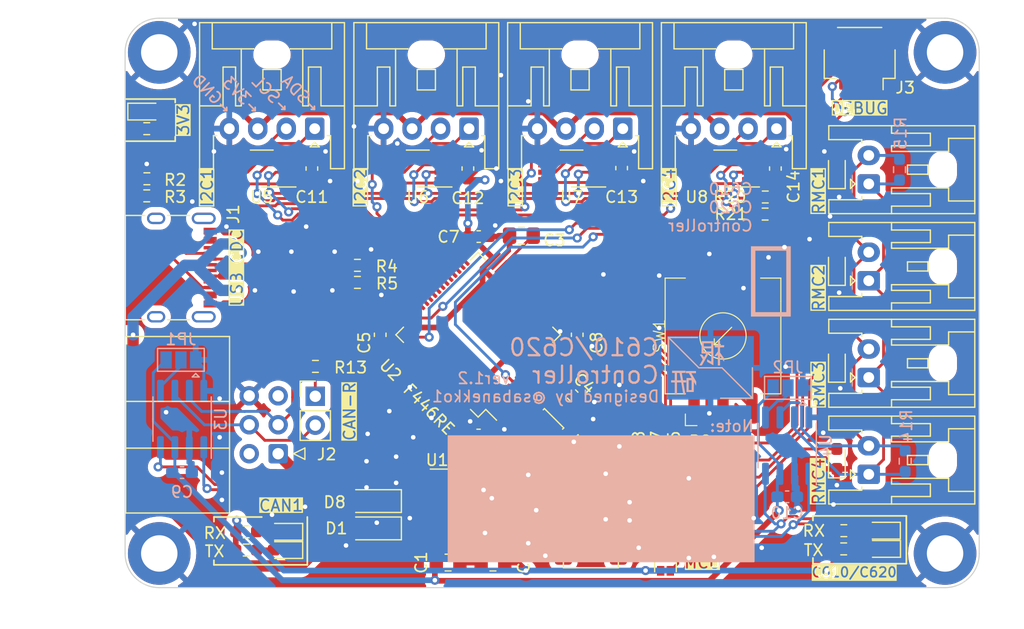
<source format=kicad_pcb>
(kicad_pcb (version 20240108) (generator "pcbnew") (generator_version "8.0")
  (layers (0 "F.Cu" signal) (31 "B.Cu" signal) (34 "B.Paste" user) (35 "F.Paste" user) (36 "B.SilkS" user "B.Silkscreen") (37 "F.SilkS" user "F.Silkscreen") (38 "B.Mask" user) (39 "F.Mask" user) (44 "Edge.Cuts" user))
  (net 0 "")
  (net 1 "GND")
  (net 2 "+3.3V")
  (net 3 "+5V")
  (net 5 "/CAN/CAN-H")
  (net 6 "/CAN/CAN-L")
  (net 7 "Net-(D1-A)")
  (net 9 "Net-(CAN1-Pin_1)")
  (net 10 "Net-(D2-A)")
  (net 11 "Net-(D3-RK)")
  (net 12 "Net-(D4-A)")
  (net 13 "Net-(D5-A)")
  (net 14 "Net-(D6-A)")
  (net 15 "/CAN/CAN-TX")
  (net 16 "/CAN/CAN-RX")
  (net 17 "Net-(D9-A)")
  (net 18 "/CAN1/CAN-TX")
  (net 19 "Net-(D10-A)")
  (net 20 "/CAN1/CAN-RX")
  (net 21 "Net-(D11-A)")
  (net 22 "/I2C/SCL4")
  (net 23 "/I2C/SDA4")
  (net 24 "/I2C/SCL1")
  (net 25 "/I2C/SDA1")
  (net 26 "/I2C/SCL2")
  (net 27 "/I2C/SDA2")
  (net 28 "/I2C/SCL3")
  (net 29 "/I2C/SDA3")
  (net 30 "Net-(J1-CC1)")
  (net 31 "Net-(J1-D+-PadA6)")
  (net 32 "Net-(J1-D--PadA7)")
  (net 34 "Net-(J1-CC2)")
  (net 37 "/MCU/SWCLK")
  (net 38 "/MCU/SWDIO")
  (net 39 "/MCU/NRST")
  (net 40 "Net-(JP1-C)")
  (net 41 "Net-(JP2-C)")
  (net 42 "Net-(D3-GK)")
  (net 43 "/CAN1/CAN-H")
  (net 44 "/CAN1/CAN-L")
  (net 45 "/I2C/SDA-MAIN")
  (net 46 "/I2C/SCL-MAIN")
  (net 47 "/MCU/LED-R")
  (net 48 "/MCU/LED-G")
  (net 49 "/MCU/LED-B")
  (net 50 "/MCU/LED1")
  (net 51 "/MCU/LED3")
  (net 52 "/MCU/LED2")
  (net 53 "/MCU/LED4")
  (net 54 "/MCU/ID0")
  (net 55 "/MCU/ID1")
  (net 56 "/MCU/ID2")
  (net 57 "/MCU/ID3")
  (net 61 "/I2C/SEL4")
  (net 62 "/I2C/SEL3")
  (net 63 "/I2C/SEL2")
  (net 64 "/I2C/SEL1")
  (net 65 "Net-(U2-VCAP_1)")
  (net 69 "Net-(U2-PH0)")
  (net 70 "Net-(U2-PH1)")
  (net 87 "Net-(D3-BK)")
  (net 88 "Net-(D7-A)")
  (net 89 "Net-(D12-A)")
  (net 91 "/MCU/USB-D-")
  (net 92 "/MCU/USB-D+")
  (net 93 "Net-(J2-Pin_1)")
  (footprint "Resistor_SMD:R_0603_1608Metric_Pad0.98x0.95mm_HandSolder" (layer "F.Cu") (at 153.4875 90.3 180)
    (property "Reference" "R11")
    (property "Value" "1k")
  )
  (footprint "Resistor_SMD:R_0603_1608Metric_Pad0.98x0.95mm_HandSolder" (layer "F.Cu") (at 145.1 90.2 90)
    (property "Reference" "R8")
    (property "Value" "1k")
  )
  (footprint "Connector_IDC:IDC-Header_2x03_P2.54mm_Horizontal" (layer "F.Cu") (at 113.44 88.24 180)
    (property "Reference" "CAN1")
    (property "Value" "Conn_02x03_Odd_Even")
  )
  (footprint "LED_SMD:LED_0603_1608Metric_Pad1.05x0.95mm_HandSolder" (layer "F.Cu") (at 162.5 71.8 90)
    (property "Reference" "D5" (hide yes))
    (property "Value" "LED")
  )
  (footprint "Capacitor_SMD:C_0805_2012Metric_Pad1.18x1.45mm_HandSolder" (layer "F.Cu") (at 128.3625 97.8)
    (property "Reference" "C1")
    (property "Value" "4.7u")
  )
  (footprint "Resistor_SMD:R_0603_1608Metric_Pad0.98x0.95mm_HandSolder" (layer "F.Cu") (at 120.4 71.7)
    (property "Reference" "R4")
    (property "Value" "22")
  )
  (footprint "Crystal:Resonator_SMD_Murata_CSTxExxV-3Pin_3.0x1.1mm_HandSoldering" (layer "F.Cu") (at 136.4 86.4 45)
    (property "Reference" "Y1")
    (property "Value" "16MHz")
  )
  (footprint "Resistor_SMD:R_0603_1608Metric_Pad0.98x0.95mm_HandSolder" (layer "F.Cu") (at 101.9125 64.1 180)
    (property "Reference" "R2")
    (property "Value" "5.1k")
  )
  (footprint "Package_SO:VSSOP-8_3.0x3.0mm_P0.65mm" (layer "F.Cu") (at 152.7 63.2 180)
    (property "Reference" "U8")
    (property "Value" "TCA9803")
  )
  (footprint "Capacitor_SMD:C_0603_1608Metric_Pad1.08x0.95mm_HandSolder" (layer "F.Cu") (at 139.7 77.8 -90)
    (property "Reference" "C8")
    (property "Value" "0.1u")
  )
  (footprint "LED_SMD:LED_0603_1608Metric_Pad1.05x0.95mm_HandSolder" (layer "F.Cu") (at 162.5 80.3 90)
    (property "Reference" "D6" (hide yes))
    (property "Value" "LED")
  )
  (footprint "Connector_JST:JST_XA_S04B-XASK-1_1x04_P2.50mm_Horizontal" (layer "F.Cu") (at 157.2 59.7 180)
    (property "Reference" "I2C4")
    (property "Value" "Conn_01x04")
  )
  (footprint "MountingHole:MountingHole_3.2mm_M3_ISO14580_Pad" (layer "F.Cu") (at 103 53 180)
    (property "Reference" "H2" (hide yes))
    (property "Value" "MountingHole_Pad")
  )
  (footprint "Resistor_SMD:R_0603_1608Metric_Pad0.98x0.95mm_HandSolder" (layer "F.Cu") (at 156.2125 65.7 180)
    (property "Reference" "R20")
    (property "Value" "1k")
  )
  (footprint "MountingHole:MountingHole_3.2mm_M3_ISO14580_Pad" (layer "F.Cu") (at 172 53 180)
    (property "Reference" "H4" (hide yes))
    (property "Value" "MountingHole_Pad")
  )
  (footprint "Resistor_SMD:R_0603_1608Metric_Pad0.98x0.95mm_HandSolder" (layer "F.Cu") (at 153.4875 91.8 180)
    (property "Reference" "R12")
    (property "Value" "1k")
  )
  (footprint "Capacitor_SMD:C_0603_1608Metric_Pad1.08x0.95mm_HandSolder" (layer "F.Cu") (at 131.0375 86.6 180)
    (property "Reference" "C6")
    (property "Value" "0.1u")
  )
  (footprint "Capacitor_SMD:C_0805_2012Metric_Pad1.18x1.45mm_HandSolder" (layer "F.Cu") (at 134.8 69.1 180)
    (property "Reference" "C3")
    (property "Value" "4.7u")
  )
  (footprint "Package_SO:VSSOP-8_3.0x3.0mm_P0.65mm" (layer "F.Cu") (at 139.2 63.2 180)
    (property "Reference" "U7")
    (property "Value" "TCA9803")
  )
  (footprint "LED_SMD:LED_0603_1608Metric_Pad1.05x0.95mm_HandSolder" (layer "F.Cu") (at 162.5 88.7 90)
    (property "Reference" "D7" (hide yes))
    (property "Value" "LED")
  )
  (footprint "LED_SMD:LED_0603_1608Metric_Pad1.05x0.95mm_HandSolder" (layer "F.Cu") (at 101.9 58.2)
    (property "Reference" "D2" (hide yes))
    (property "Value" "LED")
  )
  (footprint "LED_SMD:LED_LiteOn_LTST-C19HE1WT" (layer "F.Cu") (at 147.45 97.8)
    (property "Reference" "D3" (hide yes))
    (property "Value" "LED_RGBA")
  )
  (footprint "Capacitor_SMD:C_0603_1608Metric_Pad1.08x0.95mm_HandSolder" (layer "F.Cu") (at 116.4 63.2 90)
    (property "Reference" "C11")
    (property "Value" "0.1u")
  )
  (footprint "Resistor_SMD:R_0603_1608Metric_Pad0.98x0.95mm_HandSolder" (layer "F.Cu") (at 146.68 90.2 90)
    (property "Reference" "R7")
    (property "Value" "1k")
  )
  (footprint "Resistor_SMD:R_0603_1608Metric_Pad0.98x0.95mm_HandSolder" (layer "F.Cu") (at 153.5 87.3 180)
    (property "Reference" "R9")
    (property "Value" "1k")
  )
  (footprint "MountingHole:MountingHole_3.2mm_M3_ISO14580_Pad" (layer "F.Cu") (at 172 97 180)
    (property "Reference" "H3" (hide yes))
    (property "Value" "MountingHole_Pad")
  )
  (footprint "Resistor_SMD:R_0603_1608Metric_Pad0.98x0.95mm_HandSolder" (layer "F.Cu") (at 120.4 73.2)
    (property "Reference" "R5")
    (property "Value" "22")
  )
  (footprint "Resistor_SMD:R_0603_1608Metric_Pad0.98x0.95mm_HandSolder" (layer "F.Cu") (at 110.63125 96.7)
    (property "Reference" "R16" (hide yes))
    (property "Value" "1k")
  )
  (footprint "Capacitor_SMD:C_0603_1608Metric_Pad1.08x0.95mm_HandSolder" (layer "F.Cu") (at 139.3 83.1 -45)
    (property "Reference" "C4")
    (property "Value" "0.1u")
  )
  (footprint "LED_SMD:LED_0603_1608Metric_Pad1.05x0.95mm_HandSolder" (layer "F.Cu") (at 166.4125 95 180)
    (property "Reference" "D12" (hide yes))
    (property "Value" "LED")
  )
  (footprint "Capacitor_SMD:C_0603_1608Metric_Pad1.08x0.95mm_HandSolder" (layer "F.Cu") (at 130.1 63.2 90)
    (property "Reference" "C12")
    (property "Value" "0.1u")
  )
  (footprint "Connector_JST:JST_XA_S02B-XASK-1_1x02_P2.50mm_Horizontal" (layer "F.Cu") (at 165.3 81.55 90)
    (property "Reference" "RMC3")
    (property "Value" "Conn_01x02")
  )
  (footprint "Resistor_SMD:R_0603_1608Metric_Pad0.98x0.95mm_HandSolder" (layer "F.Cu") (at 153.5 88.8 180)
    (property "Reference" "R10")
    (property "Value" "1k")
  )
  (footprint "Connector_JST:JST_XA_S04B-XASK-1_1x04_P2.50mm_Horizontal" (layer "F.Cu") (at 130.2 59.7 180)
    (property "Reference" "I2C2")
    (property "Value" "Conn_01x04")
  )
  (footprint "Resistor_SMD:R_0603_1608Metric_Pad0.98x0.95mm_HandSolder" (layer "F.Cu") (at 163.1 96.6)
    (property "Reference" "R18" (hide yes))
    (property "Value" "1k")
  )
  (footprint "Package_SO:VSSOP-8_3.0x3.0mm_P0.65mm" (layer "F.Cu") (at 112 63.2 180)
    (property "Reference" "U5")
    (property "Value" "TCA9803")
  )
  (footprint "Connector_JST:JST_XA_S02B-XASK-1_1x02_P2.50mm_Horizontal" (layer "F.Cu") (at 165.3 64.55 90)
    (property "Reference" "RMC1")
    (property "Value" "Conn_01x02")
  )
  (footprint "Diode_SMD:D_SOD-123" (layer "F.Cu") (at 121.9 94.8 180)
    (property "Reference" "D1")
    (property "Value" "D")
  )
  (footprint "Capacitor_SMD:C_0603_1608Metric_Pad1.08x0.95mm_HandSolder" (layer "F.Cu") (at 122.4 77.8 -90)
    (property "Reference" "C5")
    (property "Value" "0.1u")
  )
  (footprint "Resistor_SMD:R_0603_1608Metric_Pad0.98x0.95mm_HandSolder" (layer "F.Cu") (at 148.2 90.2 90)
    (property "Reference" "R6")
    (property "Value" "1k")
  )
  (footprint "Resistor_SMD:R_0603_1608Metric_Pad0.98x0.95mm_HandSolder" (layer "F.Cu") (at 156.2 67.2 180)
    (property "Reference" "R21")
    (property "Value" "1k")
  )
  (footprint "Capacitor_SMD:C_0603_1608Metric_Pad1.08x0.95mm_HandSolder" (layer "F.Cu") (at 143.6 63.1625 90)
    (property "Reference" "C13")
    (property "Value" "0.1u")
  )
  (footprint "Connector_JST:JST_SH_SM04B-SRSS-TB_1x04-1MP_P1.00mm_Horizontal" (layer "F.Cu") (at 164.5 53.5 180)
    (property "Reference" "J3")
    (property "Value" "Conn_01x04")
  )
  (footprint "Connector_PinHeader_2.54mm:PinHeader_1x02_P2.54mm_Vertical" (layer "F.Cu") (at 116.7 83.2)
    (property "Reference" "J2")
    (property "Value" "Conn_01x02")
  )
  (footprint "MountingHole:MountingHole_3.2mm_M3_ISO14580_Pad" (layer "F.Cu") (at 103 97 180)
    (property "Reference" "H1" (hide yes))
    (property "Value" "MountingHole_Pad")
  )
  (footprint "Capacitor_SMD:C_0805_2012Metric_Pad1.18x1.45mm_HandSolder" (layer "F.Cu") (at 132.3 97.8 180)
    (property "Reference" "C2")
    (property "Value" "4.7u")
  )
  (footprint "Capacitor_SMD:C_0603_1608Metric_Pad1.08x0.95mm_HandSolder" (layer "F.Cu") (at 157.1 63.2 90)
    (property "Reference" "C14")
    (property "Value" "0.1u")
  )
  (footprint "Resistor_SMD:R_0603_1608Metric_Pad0.98x0.95mm_HandSolder" (layer "F.Cu") (at 101.9 65.6 180)
    (property "Reference" "R3")
    (property "Value" "5.1k")
  )
  (footprint "Connector_USB:USB_C_Receptacle_XKB_U262-16XN-4BVC11" (layer "F.Cu") (at 103.8 71.9 -90)
    (property "Reference" "J1")
    (property "Value" "USB_C_Receptacle_USB2.0")
  )
  (footprint "Package_SO:VSSOP-8_3.0x3.0mm_P0.65mm" (layer "F.Cu") (at 125.7 63.2 180)
    (property "Reference" "U6")
    (property "Value" "TCA9803")
  )
  (footprint "Connector_JST:JST_XA_S02B-XASK-1_1x02_P2.50mm_Horizontal" (layer "F.Cu") (at 165.3 73.05 90)
    (property "Reference" "RMC2")
    (property "Value" "Conn_01x02")
  )
  (footprint "Connector_JST:JST_XA_S02B-XASK-1_1x02_P2.50mm_Horizontal" (layer "F.Cu") (at 165.3 90.05 90)
    (property "Reference" "RMC4")
    (property "Value" "Conn_01x02")
  )
  (footprint "Diode_SMD:D_SOD-123" (layer "F.Cu") (at 121.9 92.4 180)
    (property "Reference" "D8")
    (property "Value" "D")
  )
  (footprint "LED_SMD:LED_0603_1608Metric_Pad1.05x0.95mm_HandSolder" (layer "F.Cu") (at 113.93125 96.7 180)
    (property "Reference" "D9" (hide yes))
    (property "Value" "LED")
  )
  (footprint "Resistor_SMD:R_0603_1608Metric_Pad0.98x0.95mm_HandSolder" (layer "F.Cu") (at 101.9 59.7 180)
    (property "Reference" "R1" (hide yes))
    (property "Value" "1k")
  )
  (footprint "Package_TO_SOT_SMD:SOT-223-3_TabPin2" (layer "F.Cu") (at 130.9 93)
    (property "Reference" "U1")
    (property "Value" "TLV1117-33")
  )
  (footprint "Package_QFP:LQFP-64_10x10mm_P0.5mm" (layer "F.Cu") (at 131 77.8 135)
    (property "Reference" "U2")
    (property "Value" "STM32F446RETx")
  )
  (footprint "LED_SMD:LED_0603_1608Metric_Pad1.05x0.95mm_HandSolder" (layer "F.Cu") (at 166.425 96.6 180)
    (property "Reference" "D11" (hide yes))
    (property "Value" "LED")
  )
  (footprint "Robocon_Switch:RDS-10S-1055-SMT-TR_RotaryDIP" (layer "F.Cu") (at 152.5 77.9 90)
    (property "Reference" "SW1")
    (property "Value" "SW_Coded")
  )
  (footprint "Capacitor_SMD:C_0603_1608Metric_Pad1.08x0.95mm_HandSolder" (layer "F.Cu") (at 131.050268 69.175394)
    (property "Reference" "C7")
    (property "Value" "0.1u")
  )
  (footprint "Resistor_SMD:R_0603_1608Metric_Pad0.98x0.95mm_HandSolder" (layer "F.Cu") (at 110.63125 95.1)
    (property "Reference" "R17" (hide yes))
    (property "Value" "1k")
  )
  (footprint "LED_SMD:LED_0603_1608Metric_Pad1.05x0.95mm_HandSolder" (layer "F.Cu") (at 162.5 63.3 90)
    (property "Reference" "D4" (hide yes))
    (property "Value" "LED")
  )
  (footprint "Resistor_SMD:R_0603_1608Metric_Pad0.98x0.95mm_HandSolder" (layer "F.Cu") (at 116.7125 80.575 180)
    (property "Reference" "R13")
    (property "Value" "120")
  )
  (footprint "Robocon_Switch:KMR621NG" (layer "F.Cu") (at 140.9 96.6 180)
    (property "Reference" "RS1" (hide yes))
    (property "Value" "SW_Push")
  )
  (footprint "LED_SMD:LED_0603_1608Metric_Pad1.05x0.95mm_HandSolder" (layer "F.Cu") (at 113.93125 95.1 180)
    (property "Reference" "D10" (hide yes))
    (property "Value" "LED")
  )
  (footprint "Connector_JST:JST_XA_S04B-XASK-1_1x04_P2.50mm_Horizontal" (layer "F.Cu") (at 143.7 59.7 180)
    (property "Reference" "I2C3")
    (property "Value" "Conn_01x04")
  )
  (footprint "Resistor_SMD:R_0603_1608Metric_Pad0.98x0.95mm_HandSolder" (layer "F.Cu") (at 163.1125 95)
    (property "Reference" "R19" (hide yes))
    (property "Value" "1k")
  )
  (footprint "Connector_JST:JST_XA_S04B-XASK-1_1x04_P2.50mm_Horizontal" (layer "F.Cu") (at 116.65 59.7 180)
    (property "Reference" "I2C1")
    (property "Value" "Conn_01x04")
  )
  (footprint "Resistor_SMD:R_0603_1608Metric_Pad0.98x0.95mm_HandSolder" (layer "B.Cu") (at 168.5 88.9 -90)
    (property "Reference" "R14")
    (property "Value" "120")
  )
  (footprint "Package_SO:SOIC-8_3.9x4.9mm_P1.27mm" (layer "B.Cu") (at 158.135 87.525 90)
    (property "Reference" "U4")
    (property "Value" "MCP2551-I-SN")
  )
  (footprint "Package_SO:SOIC-8_3.9x4.9mm_P1.27mm" (layer "B.Cu") (at 105.005 85.2 90)
    (property "Reference" "U3")
    (property "Value" "MCP2551-I-SN")
  )
  (footprint "Sabanekko_icon:sabanegi" (layer "B.Cu") (at 150.511 77.271 180)
    (property "Reference" "LOGO1" (hide yes))
    (property "Value" "MountingHole_Pad")
  )
  (footprint "Jumper:SolderJumper-3_P1.3mm_Open_Pad1.0x1.5mm" (layer "B.Cu") (at 158.2 82.4575 180)
    (property "Reference" "JP2")
    (property "Value" "SolderJumper_3_Open")
  )
  (footprint "Capacitor_SMD:C_0603_1608Metric_Pad1.08x0.95mm_HandSolder" (layer "B.Cu") (at 105 89.9)
    (property "Reference" "C9")
    (property "Value" "0.1u")
  )
  (footprint "Jumper:SolderJumper-3_P1.3mm_Open_Pad1.0x1.5mm" (layer "B.Cu") (at 104.9 80 180)
    (property "Reference" "JP1")
    (property "Value" "SolderJumper_3_Open")
  )
  (footprint "Capacitor_SMD:C_0603_1608Metric_Pad1.08x0.95mm_HandSolder" (layer "B.Cu") (at 158.135 92.025)
    (property "Reference" "C10")
    (property "Value" "0.1u")
  )
  (footprint "Resistor_SMD:R_0603_1608Metric_Pad0.98x0.95mm_HandSolder" (layer "B.Cu") (at 168 63.3 -90)
    (property "Reference" "R15")
    (property "Value" "120")
  )
  (gr_rect (start 128.4 86.7) (end 155.2 97.7) (stroke (width 0.15)) (fill solid) (layer "B.SilkS"))
  (gr_line (start 160.4 97.9) (end 168.6 97.9) (stroke (width 0.15)) (layer "F.SilkS"))
  (gr_line (start 168.6 93.7) (end 168.6 97.9) (stroke (width 0.15)) (layer "F.SilkS"))
  (gr_line (start 104.4 60.4) (end 104.4 60.8) (stroke (width 0.15)) (layer "F.SilkS"))
  (gr_line (start 168.6 93.7) (end 160.4 93.7) (stroke (width 0.15)) (layer "F.SilkS"))
  (gr_line (start 107.8 98) (end 107.8 97.6) (stroke (width 0.15)) (layer "F.SilkS"))
  (gr_line (start 160.4 97.4) (end 160.4 97.9) (stroke (width 0.15)) (layer "F.SilkS"))
  (gr_line (start 104.4 57.4) (end 104.4 57.1) (stroke (width 0.15)) (layer "F.SilkS"))
  (gr_line (start 104.4 60.8) (end 100.1 60.8) (stroke (width 0.15)) (layer "F.SilkS"))
  (gr_line (start 104.4 57.1) (end 100.1 57.1) (stroke (width 0.15)) (layer "F.SilkS"))
  (gr_line (start 107.8 93.8) (end 112 93.8) (stroke (width 0.15)) (layer "F.SilkS"))
  (gr_line (start 116 98) (end 107.8 98) (stroke (width 0.15)) (layer "F.SilkS"))
  (gr_line (start 107.8 94.2) (end 107.8 93.8) (stroke (width 0.15)) (layer "F.SilkS"))
  (gr_line (start 116 93.8) (end 116 98) (stroke (width 0.15)) (layer "F.SilkS"))
  (gr_line (start 160.4 93.7) (end 160.4 94.1) (stroke (width 0.15)) (layer "F.SilkS"))
  (gr_line (start 175 97) (end 175 53) (stroke (width 0.1)) (layer "Edge.Cuts"))
  (gr_line (start 172 50) (end 103 50) (stroke (width 0.1)) (layer "Edge.Cuts"))
  (gr_line (start 103 100) (end 172 100) (stroke (width 0.1)) (layer "Edge.Cuts"))
  (gr_line (start 100 53) (end 100 97) (stroke (width 0.1)) (layer "Edge.Cuts"))
  (gr_arc (start 103 100) (mid 100.87868 99.12132) (end 100 97) (stroke (width 0.1)) (layer "Edge.Cuts"))
  (gr_arc (start 172 50) (mid 174.12132 50.87868) (end 175 53) (stroke (width 0.1)) (layer "Edge.Cuts"))
  (gr_arc (start 175 97) (mid 174.12132 99.12132) (end 172 100) (stroke (width 0.1)) (layer "Edge.Cuts"))
  (gr_arc (start 100 53) (mid 100.87868 50.87868) (end 103 50) (stroke (width 0.1)) (layer "Edge.Cuts"))
  (gr_text "C610/C620\nController" (at 147 82.2 0) (layer "B.SilkS") (effects (font (size 1.5 1.5) (thickness 0.2)) (justify left bottom mirror)))
  (gr_text "←GND" (at 108.8 58.7 315) (layer "B.SilkS") (effects (font (size 1 1)) (justify left bottom mirror)))
  (gr_text "ver1.2" (at 133.9 82.2 0) (layer "B.SilkS") (effects (font (size 1 1)) (justify left bottom mirror)))
  (gr_text "Designed by @sabanekko1" (at 147 83.8 0) (layer "B.SilkS") (effects (font (size 1 1)) (justify left bottom mirror)))
  (gr_text "←3V3" (at 111.3 58.7 315) (layer "B.SilkS") (effects (font (size 1 1)) (justify left bottom mirror)))
  (gr_text "←SCL" (at 113.9 58.6 315) (layer "B.SilkS") (effects (font (size 1 1)) (justify left bottom mirror)))
  (gr_text "将" (at 158.8 75.8 0) (layer "B.SilkS") (effects (font (size 5 5)) (justify left bottom mirror)))
  (gr_text "C610\nC620\nController" (at 155.2 68.8 0) (layer "B.SilkS") (effects (font (size 1 1)) (justify left bottom mirror)))
  (gr_text "←SDA" (at 116.5 58.6 315) (layer "B.SilkS") (effects (font (size 1 1)) (justify left bottom mirror)))
  (gr_text "Note:" (at 155.3 86.4 0) (layer "B.SilkS") (effects (font (size 1 1)) (justify left bottom mirror)))
  (gr_text "RX" (at 159.4 95.6 0) (layer "F.SilkS") (effects (font (size 1 1)) (justify left bottom)))
  (gr_text "RESET" (at 138.5 94.5 0) (layer "F.SilkS" knockout) (effects (font (size 1 1)) (justify left bottom)))
  (gr_text "16MHz" (at 136.9 90.6 45) (layer "F.SilkS") (effects (font (size 1 1)) (justify left bottom)))
  (gr_text "C610/C620   " (at 160.2 99.15 0) (layer "F.SilkS" knockout) (effects (font (size 0.85 0.85)) (justify left bottom)))
  (gr_text "TX" (at 106.9 97.4 0) (layer "F.SilkS") (effects (font (size 1 1)) (justify left bottom)))
  (gr_text "USB CDC" (at 110.4 75.4 90) (layer "F.SilkS" knockout) (effects (font (size 1 1)) (justify left bottom)))
  (gr_text "DEBUG" (at 161.9 58.5 0) (layer "F.SilkS" knockout) (effects (font (size 1 1)) (justify left bottom)))
  (gr_text "TX" (at 159.5 97.3 0) (layer "F.SilkS") (effects (font (size 1 1)) (justify left bottom)))
  (gr_text "RX" (at 106.8 95.8 0) (layer "F.SilkS") (effects (font (size 1 1)) (justify left bottom)))
  (gr_text "3V3" (at 105.7 60.4 90) (layer "F.SilkS" knockout) (effects (font (size 1 1)) (justify left bottom)))
  (gr_text "MCU" (at 149 98.4 0) (layer "F.SilkS" knockout) (effects (font (size 1 1)) (justify left bottom)))
  (gr_text "CAN-R" (at 120.3 87.2 90) (layer "F.SilkS" knockout) (effects (font (size 1 1)) (justify left bottom)))
  (gr_text "F446RE" (at 124.2 82.7 -45) (layer "F.SilkS") (effects (font (size 1 1)) (justify left bottom)))
  (segment (start 116.2875 62.225) (end 114.2 62.225) (width 0.25) (layer "F.Cu") (net 1))
  (segment (start 117.0375 61.7) (end 116.4 62.3375) (width 0.25) (layer "F.Cu") (net 1))
  (segment (start 123.290811 75.490811) (end 123.2 75.4) (width 0.25) (layer "F.Cu") (net 1))
  (segment (start 141.2 83.7) (end 141.19012 83.70988) (width 0.25) (layer "F.Cu") (net 1))
  (segment (start 144.2 61.7) (end 143.6 62.3) (width 0.25) (layer "F.Cu") (net 1))
  (segment (start 136.844722 81.844722) (end 138.70988 83.70988) (width 0.25) (layer "F.Cu") (net 1))
  (segment (start 162.5 89.575) (end 162.5 91) (width 0.25) (layer "F.Cu") (net 1))
  (segment (start 136.716473 77.616473) (end 137.3 78.2) (width 0.25) (layer "F.Cu") (net 1))
  (segment (start 162.6 65.6) (end 162.7 65.7) (width 0.25) (layer "F.Cu") (net 1))
  (segment (start 130.8375 61.6) (end 130.1 62.3375) (width 0.25) (layer "F.Cu") (net 1))
  (segment (start 139.7 78.6625) (end 140.8625 78.6625) (width 0.25) (layer "F.Cu") (net 1))
  (segment (start 128.690811 84.705383) (end 129.285266 84.110928) (width 0.25) (layer "F.Cu") (net 1))
  (segment (start 136.4 86.4) (end 138.4 88.4) (width 0.5) (layer "F.Cu") (net 1))
  (segment (start 128.690811 85.072109) (end 128.690811 84.705383) (width 0.25) (layer "F.Cu") (net 1))
  (segment (start 162.5 73.9) (end 162.7 74.1) (width 0.25) (layer "F.Cu") (net 1))
  (segment (start 152.15 71.55) (end 151.3 70.7) (width 0.25) (layer "F.Cu") (net 1))
  (segment (start 157.213 62.3375) (end 157.1 62.3375) (width 0.25) (layer "F.Cu") (net 1))
  (segment (start 141.475 62.3) (end 141.4 62.225) (width 0.25) (layer "F.Cu") (net 1))
  (segment (start 130.118702 86.5) (end 128.690811 85.072109) (width 0.25) (layer "F.Cu") (net 1))
  (segment (start 133.7625 68.970254) (end 133.7625 70.441306) (width 0.25) (layer "F.Cu") (net 1))
  (segment (start 162.5 81.175) (end 162.5 82.2) (width 0.25) (layer "F.Cu") (net 1))
  (segment (start 136.844722 81.169848) (end 136.844722 81.844722) (width 0.25) (layer "F.Cu") (net 1))
  (segment (start 140.8625 78.6625) (end 141 78.8) (width 0.25) (layer "F.Cu") (net 1))
  (segment (start 136.716473 76.679721) (end 136.716473 77.616473) (width 0.25) (layer "F.Cu") (net 1))
  (segment (start 139.2375 78.2) (end 139.7 78.6625) (width 0.25) (layer "F.Cu") (net 1))
  (segment (start 162.5 72.675) (end 162.5 73.9) (width 0.25) (layer "F.Cu") (net 1))
  (segment (start 133.7625 70.441306) (end 132.714734 71.489072) (width 0.25) (layer "F.Cu") (net 1))
  (segment (start 124.689072 76.085266) (end 124.094617 75.490811) (width 0.25) (layer "F.Cu") (net 1))
  (segment (start 131.3 61.6) (end 130.8375 61.6) (width 0.25) (layer "F.Cu") (net 1))
  (segment (start 162.5 65.5) (end 162.6 65.6) (width 0.25) (layer "F.Cu") (net 1))
  (segment (start 139.90988 83.70988) (end 141.19012 83.70988) (width 0.25) (layer "F.Cu") (net 1))
  (segment (start 129.9875 62.225) (end 127.9 62.225) (width 0.25) (layer "F.Cu") (net 1))
  (segment (start 117.6 61.7) (end 117.0375 61.7) (width 0.25) (layer "F.Cu") (net 1))
  (segment (start 158.0505 61.5) (end 157.213 62.3375) (width 0.25) (layer "F.Cu") (net 1))
  (segment (start 126.9 84.374874) (end 126.9 85.1) (width 0.25) (layer "F.Cu") (net 1))
  (segment (start 143.6 62.3) (end 141.475 62.3) (width 0.25) (layer "F.Cu") (net 1))
  (segment (start 162.5 64.175) (end 162.5 65.5) (width 0.25) (layer "F.Cu") (net 1))
  (segment (start 151.75 84.25) (end 151.3 84.7) (width 0.25) (layer "F.Cu") (net 1))
  (segment (start 162.5 82.2) (end 162.8 82.5) (width 0.25) (layer "F.Cu") (net 1))
  (segment (start 156.9875 62.225) (end 154.9 62.225) (width 0.25) (layer "F.Cu") (net 1))
  (segment (start 144.7 61.7) (end 144.2 61.7) (width 0.25) (layer "F.Cu") (net 1))
  (segment (start 130.1375 86.5) (end 130.118702 86.5) (width 0.25) (layer "F.Cu") (net 1))
  (segment (start 128.224606 83.050268) (end 126.9 84.374874) (width 0.25) (layer "F.Cu") (net 1))
  (segment (start 152.5 71.55) (end 152.15 71.55) (width 0.25) (layer "F.Cu") (net 1))
  (segment (start 152.5 84.25) (end 151.75 84.25) (width 0.25) (layer "F.Cu") (net 1))
  (segment (start 116.4 62.3375) (end 116.2875 62.225) (width 0.25) (layer "F.Cu") (net 1))
  (segment (start 137.3 78.2) (end 139.2375 78.2) (width 0.25) (layer "F.Cu") (net 1))
  (segment (start 138.70988 83.70988) (end 139.90988 83.70988) (width 0.25) (layer "F.Cu") (net 1))
  (segment (start 124.094617 75.490811) (end 123.290811 75.490811) (width 0.25) (layer "F.Cu") (net 1))
  (segment (start 136.250268 80.575394) (end 136.844722 81.169848) (width 0.25) (layer "F.Cu") (net 1))
  (segment (start 157.1 62.3375) (end 156.9875 62.225) (width 0.25) (layer "F.Cu") (net 1))
  (segment (start 130.1 62.3375) (end 129.9875 62.225) (width 0.25) (layer "F.Cu") (net 1))
  (segment (start 137.310928 76.085266) (end 136.716473 76.679721) (width 0.25) (layer "F.Cu") (net 1))
  (via (at 139.4 87.2) (size 0.8) (drill 0.4) (layers "F.Cu" "B.Cu") (net 1))
  (via (at 161.4 61.7) (size 0.8) (drill 0.4) (layers "F.Cu" "B.Cu") (net 1))
  (via (at 149.5 97.4) (size 0.8) (drill 0.4) (layers "F.Cu" "B.Cu") (net 1))
  (via (at 120.4 64.3) (size 0.8) (drill 0.4) (layers "F.Cu" "B.Cu") (net 1))
  (via (at 123.2 84.5) (size 0.8) (drill 0.4) (layers "F.Cu" "B.Cu") (net 1))
  (via (at 112.9 93.6) (size 0.8) (drill 0.4) (layers "F.Cu" "B.Cu") (net 1))
  (via (at 133 64.3) (size 0.8) (drill 0.4) (layers "F.Cu" "B.Cu") (net 1))
  (via (at 115.9 68.3) (size 0.8) (drill 0.4) (layers "F.Cu" "B.Cu") (net 1))
  (via (at 131.3 61.6) (size 0.8) (drill 0.4) (layers "F.Cu" "B.Cu") (net 1))
  (via (at 151.3 84.7) (size 0.8) (drill 0.4) (layers "F.Cu" "B.Cu") (net 1))
  (via (at 131.6 95.2) (size 0.8) (drill 0.4) (layers "F.Cu" "B.Cu") (net 1))
  (via (at 155.9 96.5) (size 0.8) (drill 0.4) (layers "F.Cu" "B.Cu") (net 1))
  (via (at 125 82.4) (size 0.8) (drill 0.4) (layers "F.Cu" "B.Cu") (net 1))
  (via (at 144.3 92.5) (size 0.8) (drill 0.4) (layers "F.Cu" "B.Cu") (net 1))
  (via (at 158 80.6) (size 0.8) (drill 0.4) (layers "F.Cu" "B.Cu") (net 1))
  (via (at 101.9 62.8) (size 0.8) (drill 0.4) (layers "F.Cu" "B.Cu") (net 1))
  (via (at 144.3 94.1) (size 0.8) (drill 0.4) (layers "F.Cu" "B.Cu") (net 1))
  (via (at 122.1 94.3) (size 0.8) (drill 0.4) (layers "F.Cu" "B.Cu") (net 1))
  (via (at 108.3 86.8) (size 0.8) (drill 0.4) (layers "F.Cu" "B.Cu") (net 1))
  (via (at 143.4 87.6) (size 0.8) (drill 0.4) (layers "F.Cu" "B.Cu") (net 1))
  (via (at 142.2 90) (size 0.8) (drill 0.4) (layers "F.Cu" "B.Cu") (net 1))
  (via (at 120.1 59.5) (size 0.8) (drill 0.4) (layers "F.Cu" "B.Cu") (net 1))
  (via (at 156.5 71) (size 0.8) (drill 0.4) (layers "F.Cu" "B.Cu") (net 1))
  (via (at 121.2 88.9) (size 0.8) (drill 0.4) (layers "F.Cu" "B.Cu") (net 1))
  (via (at 154.3 73.7) (size 0.8) (drill 0.4) (layers "F.Cu" "B.Cu") (net 1))
  (via (at 114.8 74) (size 0.8) (drill 0.4) (layers "F.Cu" "B.Cu") (net 1))
  (via (at 161.9 67.4) (size 0.8) (drill 0.4) (layers "F.Cu" "B.Cu") (net 1))
  (via (at 142 72.5) (size 0.8) (drill 0.4) (layers "F.Cu" "B.Cu") (net 1))
  (via (at 155.2 93.9) (size 0.8) (drill 0.4) (layers "F.Cu" "B.Cu") (net 1))
  (via (at 151.3 70.7) (size 0.8) (drill 0.4) (layers "F.Cu" "B.Cu") (net 1))
  (via (at 161.3 86.4) (size 0.8) (drill 0.4) (layers "F.Cu" "B.Cu") (net 1))
  (via (at 142.2 94) (size 0.8) (drill 0.4) (layers "F.Cu" "B.Cu") (net 1))
  (via (at 108.5 89.9) (size 0.8) (drill 0.4) (layers "F.Cu" "B.Cu") (net 1))
  (via (at 115.8 92.9) (size 0.8) (drill 0.4) (layers "F.Cu" "B.Cu") (net 1))
  (via (at 133.3 86.1) (size 0.8) (drill 0.4) (layers "F.Cu" "B.Cu") (net 1))
  (via (at 114.6 70.5) (size 0.8) (drill 0.4) (layers "F.Cu" "B.Cu") (net 1))
  (via (at 111.7 70.5) (size 0.8) (drill 0.4) (layers "F.Cu" "B.Cu") (net 1))
  (via (at 133 55) (size 0.8) (drill 0.4) (layers "F.Cu" "B.Cu") (net 1))
  (via (at 162.7 74.1) (size 0.8) (drill 0.4) (layers "F.Cu" "B.Cu") (net 1))
  (via (at 158.0505 61.5) (size 0.8) (drill 0.4) (layers "F.Cu" "B.Cu") (net 1))
  (via (at 117.6 61.7) (size 0.8) (drill 0.4) (layers "F.Cu" "B.Cu") (net 1))
  (via (at 135.4 57.3) (size 0.8) (drill 0.4) (layers "F.Cu" "B.Cu") (net 1))
  (via (at 146.9 77.2) (size 0.8) (drill 0.4) (layers "F.Cu" "B.Cu") (net 1))
  (via (at 141.1 85.2) (size 0.8) (drill 0.4) (layers "F.Cu" "B.Cu") (net 1))
  (via (at 121.2 91.2) (size 0.8) (drill 0.4) (layers "F.Cu" "B.Cu") (net 1))
  (via (at 126.9 85.1) (size 0.8) (drill 0.4) (layers "F.Cu" "B.Cu") (net 1))
  (via (at 121.3 86.5) (size 0.8) (drill 0.4) (layers "F.Cu" "B.Cu") (net 1))
  (via (at 143.4 82.2) (size 0.8) (drill 0.4) (layers "F.Cu" "B.Cu") (net 1))
  (via (at 122.5 74.3) (size 0.8) (drill 0.4) (layers "F.Cu" "B.Cu") (net 1))
  (via (at 125.3 86.8) (size 0.8) (drill 0.4) (layers "F.Cu" "B.Cu") (net 1))
  (via (at 118.4 70.5) (size 0.8) (drill 0.4) (layers "F.Cu" "B.Cu") (net 1))
  (via (at 160.1 69.4) (size 0.8) (drill 0.4) (layers "F.Cu" "B.Cu") (net 1))
  (via (at 119.4 96.3) (size 0.8) (drill 0.4) (layers "F.Cu" "B.Cu") (net 1))
  (via (at 138.2 77.5) (size 0.8) (drill 0.4) (layers "F.Cu" "B.Cu") (net 1))
  (via (at 145.1 96.5) (size 0.8) (drill 0.4) (layers "F.Cu" "B.Cu") (net 1))
  (via (at 125 93.9) (size 0.8) (drill 0.4) (layers "F.Cu" "B.Cu") (net 1))
  (via (at 108.9 68.3) (size 0.8) (drill 0.4) (layers "F.Cu" "B.Cu") (net 1))
  (via (at 146.9 72.6) (size 0.8) (drill 0.4) (layers "F.Cu" "B.Cu") (net 1))
  (via (at 159.102011 93.009689) (size 0.8) (drill 0.4) (layers "F.Cu" "B.Cu") (net 1))
  (via (at 111.4 73.9) (size 0.8) (drill 0.4) (layers "F.Cu" "B.Cu") (net 1))
  (via (at 135.4 90.1) (size 0.8) (drill 0.4) (layers "F.Cu" "B.Cu") (net 1))
  (via (at 121.6 70.3) (size 0.8) (drill 0.4) (layers "F.Cu" "B.Cu") (net 1))
  (via (at 157.9 70.1) (size 0.8) (drill 0.4) (layers "F.Cu" "B.Cu") (net 1))
  (via (at 123.9 61) (size 0.8) (drill 0.4) (layers "F.Cu" "B.Cu") (net 1))
  (via (at 149.5 90.4) (size 0.8) (drill 0.4) (layers "F.Cu" "B.Cu") (net 1))
  (via (at 105.9 66.1) (size 0.8) (drill 0.4) (layers "F.Cu" "B.Cu") (net 1))
  (via (at 162.8 82.5) (size 0.8) (drill 0.4) (layers "F.Cu" "B.Cu") (net 1))
  (via (at 136.9 97.2) (size 0.8) (drill 0.4) (layers "F.Cu" "B.Cu") (net 1))
  (via (at 118.2 73.9) (size 0.8) (drill 0.4) (layers "F.Cu" "B.Cu") (net 1))
  (via (at 106.1 50.5) (size 0.8) (drill 0.4) (layers "F.Cu" "B.Cu") (net 1))
  (via (at 162.5 91) (size 0.8) (drill 0.4) (layers "F.Cu" "B.Cu") (net 1))
  (via (at 144.7 61.7) (size 0.8) (drill 0.4) (layers "F.Cu" "B.Cu") (net 1))
  (via (at 130.3 85.4) (size 0.8) (drill 0.4) (layers "F.Cu" "B.Cu") (net 1))
  (via (at 103.6 84.6) (size 0.8) (drill 0.4) (layers "F.Cu" "B.Cu") (net 1))
  (via (at 123.8 90.8) (size 0.8) (drill 0.4) (layers "F.Cu" "B.Cu") (net 1))
  (via (at 151.7 97.3) (size 0.8) (drill 0.4) (layers "F.Cu" "B.Cu") (net 1))
  (via (at 132.6 63.2) (size 0.8) (drill 0.4) (layers "F.Cu" "B.Cu") (net 1))
  (via (at 136.1 93.2) (size 0.8) (drill 0.4) (layers "F.Cu" "B.Cu") (net 1))
  (via (at 135.4 96.1) (size 0.8) (drill 0.4) (layers "F.Cu" "B.Cu") (net 1))
  (via (at 132.5 68.2) (size 0.8) (drill 0.4) (layers "F.Cu" "B.Cu") (net 1))
  (via (at 108.5 92.3) (size 0.8) (drill 0.4) (layers "F.Cu" "B.Cu") (net 1))
  (via (at 141 78.8) (size 0.8) (drill 0.4) (layers "F.Cu" "B.Cu") (net 1))
  (via (at 118 64.3) (size 0.8) (drill 0.4) (layers "F.Cu" "B.Cu") (net 1))
  (via (at 141.2 83.7) (size 0.8) (drill 0.4) (layers "F.Cu" "B.Cu") (net 1))
  (via (at 145.5 64.3) (size 0.8) (drill 0.4) (layers "F.Cu" "B.Cu") (net 1))
  (via (at 107.8 61.7) (size 0.8) (drill 0.4) (layers "F.Cu" "B.Cu") (net 1))
  (via (at 123.8 88.5) (size 0.8) (drill 0.4) (layers "F.Cu" "B.Cu") (net 1))
  (via (at 162.2 92.7) (size 0.8) (drill 0.4) (layers "F.Cu" "B.Cu") (net 1))
  (via (at 162.7 65.7) (size 0.8) (drill 0.4) (layers "F.Cu" "B.Cu") (net 1))
  (via (at 108.3 83.4) (size 0.8) (drill 0.4) (layers "F.Cu" "B.Cu") (net 1))
  (segment (start 159.1 93.1) (end 159.1 93.0117) (width 0.25) (layer "B.Cu") (net 1))
  (segment (start 158.9975 92.025) (end 158.9975 90.2275) (width 0.25) (layer "B.Cu") (net 1))
  (segment (start 105.64 89.6775) (end 105.8625 89.9) (width 0.25) (layer "B.Cu") (net 1))
  (segment (start 106.2 80) (end 106.91 80.71) (width 0.25) (layer "B.Cu") (net 1))
  (segment (start 158.9975 90.2275) (end 158.77 90) (width 0.25) (layer "B.Cu") (net 1))
  (segment (start 105.64 87.675) (end 105.64 89.6775) (width 0.25) (layer "B.Cu") (net 1))
  (segment (start 106.91 80.71) (end 106.91 82.725) (width 0.25) (layer "B.Cu") (net 1))
  (segment (start 159.1 93.0117) (end 159.102011 93.009689) (width 0.25) (layer "B.Cu") (net 1))
  (segment (start 158.9975 92.9975) (end 159.1 93.1) (width 0.25) (layer "B.Cu") (net 1))
  (segment (start 158.9975 92.025) (end 158.9975 92.9975) (width 0.25) (layer "B.Cu") (net 1))
  (segment (start 131.641726 83.9) (end 130.344722 83.9) (width 0.5) (layer "F.Cu") (net 2))
  (segment (start 110.173973 64.548973) (end 113.826027 64.548973) (width 0.25) (layer "F.Cu") (net 2))
  (segment (start 150.775 58.275) (end 145.2 58.275) (width 0.5) (layer "F.Cu") (net 2))
  (segment (start 145.2 58.275) (end 140.125 58.275) (width 0.5) (layer "F.Cu") (net 2))
  (segment (start 152.2 59.7) (end 150.775 58.275) (width 0.5) (layer "F.Cu") (net 2))
  (segment (start 124.655278 76.9) (end 122.4375 76.9) (width 0.5) (layer "F.Cu") (net 2))
  (segment (start 130.1005 69.088126) (end 130.187768 69.175394) (width 0.5) (layer "F.Cu") (net 2))
  (segment (start 116.51875 64.0625) (end 116.4 64.0625) (width 0.5) (layer "F.Cu") (net 2))
  (segment (start 113.826027 64.548973) (end 114.2 64.175) (width 0.25) (layer "F.Cu") (net 2))
  (segment (start 140.125 58.275) (end 138.7 59.7) (width 0.5) (layer "F.Cu") (net 2))
  (segment (start 150.85 64.525) (end 154.55 64.525) (width 0.25) (layer "F.Cu") (net 2))
  (segment (start 136.603821 80.203821) (end 135.7 79.3) (width 0.25) (layer "F.Cu") (net 2))
  (segment (start 134 79.3) (end 135.7 79.3) (width 0.5) (layer "F.Cu") (net 2))
  (segment (start 130.2375 64.2) (end 130.1 64.0625) (width 0.5) (layer "F.Cu") (net 2))
  (segment (start 138.69012 82.30814) (end 136.603821 80.221841) (width 0.25) (layer "F.Cu") (net 2))
  (segment (start 122.4375 76.9) (end 122.4 76.9375) (width 0.5) (layer "F.Cu") (net 2))
  (segment (start 131.388173 71.988173) (end 136.141473 76.741473) (width 0.5) (layer "F.Cu") (net 2))
  (segment (start 125.2 59.7) (end 123.775 58.275) (width 0.5) (layer "F.Cu") (net 2))
  (segment (start 132.3 58.375) (end 132.3 61.8625) (width 0.5) (layer "F.Cu") (net 2))
  (segment (start 134.05 97.0875) (end 133.3375 97.8) (width 0.5) (layer "F.Cu") (net 2))
  (segment (start 109.8 95.01875) (end 109.71875 95.1) (width 0.5) (layer "F.Cu") (net 2))
  (segment (start 131.641726 86.341726) (end 131.641726 83.9) (width 0.5) (layer "F.Cu") (net 2))
  (segment (start 157.1 64.025) (end 156.95 64.175) (width 0.25) (layer "F.Cu") (net 2))
  (segment (start 145.725 98.525) (end 147.025 98.525) (width 0.5) (layer "F.Cu") (net 2))
  (segment (start 123.8 64.475) (end 127.6 64.475) (width 0.25) (layer "F.Cu") (net 2))
  (segment (start 144.075 64.025) (end 143.6 64.025) (width 0.5) (layer "F.Cu") (net 2))
  (segment (start 138.7 59.7) (end 138.163478 59.7) (width 0.5) (layer "F.Cu") (net 2))
  (segment (start 127.6 64.475) (end 127.9 64.175) (width 0.25) (layer "F.Cu") (net 2))
  (segment (start 131.388173 73.311827) (end 127.541726 77.158274) (width 0.5) (layer "F.Cu") (net 2))
  (segment (start 109.71875 96.6) (end 109.71875 95.1) (width 0.5) (layer "F.Cu") (net 2))
  (segment (start 162.2 97.9) (end 162.2 95) (width 0.5) (layer "F.Cu") (net 2))
  (segment (start 109.8 64.175) (end 110.173973 64.548973) (width 0.25) (layer "F.Cu") (net 2))
  (segment (start 131.388173 71.967105) (end 132.29047 71.064808) (width 0.5) (layer "F.Cu") (net 2))
  (segment (start 124.913552 77.158274) (end 124.655278 76.9) (width 0.5) (layer "F.Cu") (net 2))
  (segment (start 154.55 64.525) (end 154.9 64.175) (width 0.25) (layer "F.Cu") (net 2))
  (segment (start 136.738478 58.275) (end 132.4 58.275) (width 0.5) (layer "F.Cu") (net 2))
  (segment (start 131.9 86.6) (end 131.641726 86.341726) (width 0.5) (layer "F.Cu") (net 2))
  (segment (start 111.65 59.7) (end 109.85 57.9) (width 0.5) (layer "F.Cu") (net 2))
  (segment (start 131.9 86.7) (end 134.05 88.85) (width 0.5) (layer "F.Cu") (net 2))
  (segment (start 130.1 64.0625) (end 129.9875 64.175) (width 0.25) (layer "F.Cu") (net 2))
  (segment (start 131.641726 81.658274) (end 134 79.3) (width 0.5) (layer "F.Cu") (net 2))
  (segment (start 123.5 64.175) (end 123.8 64.475) (width 0.25) (layer "F.Cu") (net 2))
  (segment (start 161.6 98.5) (end 162.2 97.9) (width 0.5) (layer "F.Cu") (net 2))
  (segment (start 132.4 58.275) (end 132.3 58.375) (width 0.5) (layer "F.Cu") (net 2))
  (segment (start 129.9875 64.175) (end 127.9 64.175) (width 0.25) (layer "F.Cu") (net 2))
  (segment (start 139.7 76.918702) (end 137.918556 75.137258) (width 0.25) (layer "F.Cu") (net 2))
  (segment (start 131.388173 71.988173) (end 131.388173 71.967105) (width 0.5) (layer "F.Cu") (net 2))
  (segment (start 135.2 98.5) (end 134.5 97.8) (width 0.5) (layer "F.Cu") (net 2))
  (segment (start 143.45 64.175) (end 141.4 64.175) (width 0.25) (layer "F.Cu") (net 2))
  (segment (start 119.2 58.275) (end 113.075 58.275) (width 0.5) (layer "F.Cu") (net 2))
  (segment (start 157.5375 64.0625) (end 157.1 64.0625) (width 0.5) (layer "F.Cu") (net 2))
  (segment (start 127.541726 77.158274) (end 124.913552 77.158274) (width 0.5) (layer "F.Cu") (net 2))
  (segment (start 131.641726 83.9) (end 131.641726 81.658274) (width 0.5) (layer "F.Cu") (net 2))
  (segment (start 156.95 64.175) (end 154.9 64.175) (width 0.25) (layer "F.Cu") (net 2))
  (segment (start 131.6 64.2) (end 130.2375 64.2) (width 0.5) (layer "F.Cu") (net 2))
  (segment (start 104.6125 57.9) (end 102.8125 59.7) (width 0.5) (layer "F.Cu") (net 2))
  (segment (start 138.163478 59.7) (end 136.738478 58.275) (width 0.5) (layer "F.Cu") (net 2))
  (segment (start 157.1 64.0625) (end 157.1 67.275) (width 0.5) (layer "F.Cu") (net 2))
  (segment (start 150.5 64.175) (end 150.85 64.525) (width 0.25) (layer "F.Cu") (net 2))
  (segment (start 145.7 98.5) (end 145.725 98.525) (width 0.5) (layer "F.Cu") (net 2))
  (segment (start 134.05 93) (end 134.05 97.0875) (width 0.5) (layer "F.Cu") (net 2))
  (segment (start 137.55183 75.137258) (end 136.957375 75.731713) (width 0.25) (layer "F.Cu") (net 2))
  (segment (start 130.401056 69.175394) (end 132.29047 71.064808) (width 0.5) (layer "F.Cu") (net 2))
  (segment (start 158.089949 58.275) (end 158.9 59.085051) (width 0.5) (layer "F.Cu") (net 2))
  (segment (start 145.6 58.275) (end 145.6 62.5) (width 0.5) (layer "F.Cu") (net 2))
  (segment (start 145.6 62.5) (end 144.075 64.025) (width 0.5) (layer "F.Cu") (net 2))
  (segment (start 158.9 62.7) (end 157.5375 64.0625) (width 0.5) (layer "F.Cu") (net 2))
  (segment (start 143.6 64.025) (end 143.45 64.175) (width 0.25) (layer "F.Cu") (net 2))
  (segment (start 158.9 59.085051) (end 158.9 62.7) (width 0.5) (layer "F.Cu") (net 2))
  (segment (start 136.141473 76.741473) (end 136.1 76.782946) (width 0.5) (layer "F.Cu") (net 2))
  (segment (start 139.7 76.9375) (end 139.7 76.918702) (width 0.25) (layer "F.Cu") (net 2))
  (segment (start 137.25 64.425) (end 141.15 64.425) (width 0.25) (layer "F.Cu") (net 2))
  (segment (start 123.775 58.275) (end 119.2 58.275) (width 0.5) (layer "F.Cu") (net 2))
  (segment (start 130.344722 83.9) (end 129.70953 84.535192) (width 0.5) (layer "F.Cu") (net 2))
  (segment (start 141.15 64.425) (end 141.4 64.175) (width 0.25) (layer "F.Cu") (net 2))
  (segment (start 138.69012 82.49012) (end 138.69012 82.30814) (width 0.25) (layer "F.Cu") (net 2))
  (segment (start 113.075 58.275) (end 111.65 59.7) (width 0.5) (layer "F.Cu") (net 2))
  (segment (start 132.3 61.8625) (end 130.1 64.0625) (width 0.5) (layer "F.Cu") (net 2))
  (segment (start 126.625 58.275) (end 125.2 59.7) (width 0.5) (layer "F.Cu") (net 2))
  (segment (start 134.05 88.85) (end 134.05 93) (width 0.5) (layer "F.Cu") (net 2))
  (segment (start 136.603821 80.221841) (end 136.603821 80.203821) (width 0.25) (layer "F.Cu") (net 2))
  (segment (start 118.9 58.275) (end 118.9 61.68125) (width 0.5) (layer "F.Cu") (net 2))
  (segment (start 116.2875 64.175) (end 114.2 64.175) (width 0.25) (layer "F.Cu") (net 2))
  (segment (start 116.4 64.0625) (end 116.2875 64.175) (width 0.25) (layer "F.Cu") (net 2))
  (segment (start 136.141473 76.547615) (end 136.141473 76.741473) (width 0.25) (layer "F.Cu") (net 2))
  (segment (start 136.957375 75.731713) (end 136.141473 76.547615) (width 0.25) (layer "F.Cu") (net 2))
  (segment (start 150.775 58.275) (end 158.089949 58.275) (width 0.5) (layer "F.Cu") (net 2))
  (segment (start 118.9 61.68125) (end 116.51875 64.0625) (width 0.5) (layer "F.Cu") (net 2))
  (segment (start 134.05 93) (end 127.75 93) (width 0.5) (layer "F.Cu") (net 2))
  (segment (start 109.8 94.1) (end 109.8 95.01875) (width 0.5) (layer "F.Cu") (net 2))
  (segment (start 131.9 86.6) (end 131.9 86.7) (width 0.5) (layer "F.Cu") (net 2))
  (segment (start 134.5 97.8) (end 133.3375 97.8) (width 0.5) (layer "F.Cu") (net 2))
  (segment (start 109.85 57.9) (end 104.6125 57.9) (width 0.5) (layer "F.Cu") (net 2))
  (segment (start 130.1005 68.006062) (end 130.1005 69.088126) (width 0.5) (layer "F.Cu") (net 2))
  (segment (start 137.918556 75.137258) (end 137.55183 75.137258) (width 0.25) (layer "F.Cu") (net 2))
  (segment (start 131.388173 71.988173) (end 131.388173 73.311827) (width 0.5) (layer "F.Cu") (net 2))
  (segment (start 130.187768 69.175394) (end 130.401056 69.175394) (width 0.5) (layer "F.Cu") (net 2))
  (segment (start 137 64.175) (end 137.25 64.425) (width 0.25) (layer "F.Cu") (net 2))
  (segment (start 157.4375 64.4) (end 157.1 64.0625) (width 0.25) (layer "F.Cu") (net 2))
  (segment (start 136.1 78.9) (end 135.7 79.3) (width 0.5) (layer "F.Cu") (net 2))
  (segment (start 132.4 58.275) (end 126.625 58.275) (width 0.5) (layer "F.Cu") (net 2))
  (segment (start 136.1 76.782946) (end 136.1 78.9) (width 0.5) (layer "F.Cu") (net 2))
  (via (at 161.6 98.5) (size 0.8) (drill 0.4) (layers "F.Cu" "B.Cu") (net 2))
  (via (at 131.6 64.2) (size 0.8) (drill 0.4) (layers "F.Cu" "B.Cu") (net 2))
  (via (at 145.7 98.5) (size 0.8) (drill 0.4) (layers "F.Cu" "B.Cu") (net 2))
  (via (at 130.1005 68.006062) (size 0.8) (drill 0.4) (layers "F.Cu" "B.Cu") (net 2))
  (via (at 135.2 98.5) (size 0.8) (drill 0.4) (layers "F.Cu" "B.Cu") (net 2))
  (via (at 109.8 94.1) (size 0.8) (drill 0.4) (layers "F.Cu" "B.Cu") (net 2))
  (segment (start 109.8 94.1) (end 109.8 94.357322) (width 0.5) (layer "B.Cu") (net 2))
  (segment (start 130.1005 68.006062) (end 130.1005 65.0995) (width 0.5) (layer "B.Cu") (net 2))
  (segment (start 109.8 94.357322) (end 113.942678 98.5) (width 0.5) (layer "B.Cu") (net 2))
  (segment (start 113.942678 98.5) (end 161.6 98.5) (width 0.5) (layer "B.Cu") (net 2))
  (segment (start 130.1005 65.0995) (end 131 64.2) (width 0.5) (layer "B.Cu") (net 2))
  (segment (start 131 64.2) (end 131.6 64.2) (width 0.5) (layer "B.Cu") (net 2))
  (segment (start 127.2 97.925) (end 127.325 97.8) (width 0.5) (layer "F.Cu") (net 3))
  (segment (start 127.2 99.35) (end 127.25 99.4) (width 0.5) (layer "F.Cu") (net 3))
  (segment (start 151.3 99.4) (end 157.5 93.2) (width 0.5) (layer "F.Cu") (net 3))
  (segment (start 123.55 94.8) (end 124.05 95.3) (width 1) (layer "F.Cu") (net 3))
  (segment (start 124.05 95.3) (end 127.75 95.3) (width 1) (layer "F.Cu") (net 3))
  (segment (start 127.25 99.4) (end 151.3 99.4) (width 0.5) (layer "F.Cu") (net 3))
  (segment (start 123.55 92.4) (end 123.55 94.8) (width 1) (layer "F.Cu") (net 3))
  (segment (start 127.325 97.8) (end 127.325 95.725) (width 1) (layer "F.Cu") (net 3))
  (segment (start 127.2 99.35) (end 127.2 97.925) (width 0.5) (layer "F.Cu") (net 3))
  (segment (start 127.325 95.725) (end 127.75 95.3) (width 1) (layer "F.Cu") (net 3))
  (via (at 157.435 93.225) (size 0.8) (drill 0.4) (layers "F.Cu" "B.Cu") (net 3))
  (via (at 127.2 99.35) (size 0.8) (drill 0.4) (layers "F.Cu" "B.Cu") (net 3))
  (segment (start 156.9 82.4575) (end 156.9 82.7075) (width 0.25) (layer "B.Cu") (net 3))
  (segment (start 157.2725 92.025) (end 157.2725 90.2275) (width 0.25) (layer "B.Cu") (net 3))
  (segment (start 104.37 87.675) (end 104.37 89.6675) (width 0.25) (layer "B.Cu") (net 3))
  (segment (start 104.352728 89.9) (end 104.1375 89.9) (width 0.5) (layer "B.Cu") (net 3))
  (segment (start 103.6 80) (end 102.475 81.125) (width 0.25) (layer "B.Cu") (net 3))
  (segment (start 155.605 84.0025) (end 155.605 87.305) (width 0.25) (layer "B.Cu") (net 3))
  (segment (start 156.9 82.7075) (end 155.605 84.0025) (width 0.25) (layer "B.Cu") (net 3))
  (segment (start 157.5 89.2) (end 157.5 90) (width 0.25) (layer "B.Cu") (net 3))
  (segment (start 157.2725 92.025) (end 157.2725 92.9625) (width 0.25) (layer "B.Cu") (net 3))
  (segment (start 157.2725 90.2275) (end 157.5 90) (width 0.25) (layer "B.Cu") (net 3))
  (segment (start 155.605 87.305) (end 157.5 89.2) (width 0.25) (layer "B.Cu") (net 3))
  (segment (start 104.37 87.298249) (end 104.37 87.675) (width 0.25) (layer "B.Cu") (net 3))
  (segment (start 127.2 99.35) (end 113.802728 99.35) (width 0.5) (layer "B.Cu") (net 3))
  (segment (start 104.37 89.6675) (end 104.1375 89.9) (width 0.25) (layer "B.Cu") (net 3))
  (segment (start 102.475 85.403249) (end 104.37 87.298249) (width 0.25) (layer "B.Cu") (net 3))
  (segment (start 102.475 81.125) (end 102.475 85.403249) (width 0.25) (layer "B.Cu") (net 3))
  (segment (start 113.802728 99.35) (end 104.352728 89.9) (width 0.5) (layer "B.Cu") (net 3))
  (segment (start 113.54 85.7) (end 114.715 84.525) (width 0.25) (layer "F.Cu") (net 5))
  (segment (start 114.715 84.525) (end 114.715 83.285) (width 0.25) (layer "F.Cu") (net 5))
  (segment (start 114.715 83.285) (end 114.715 81.66) (width 0.25) (layer "F.Cu") (net 5))
  (segment (start 114.715 81.66) (end 115.8 80.575) (width 0.25) (layer "F.Cu") (net 5))
  (segment (start 110.508299 84.53) (end 110.513299 84.525) (width 0.25) (layer "B.Cu") (net 5))
  (segment (start 105.64 82.725) (end 105.64 83.44) (width 0.25) (layer "B.Cu") (net 5))
  (segment (start 105.64 83.44) (end 106.73 84.53) (width 0.25) (layer "B.Cu") (net 5))
  (segment (start 110.513299 84.525) (end 112.365 84.525) (width 0.25) (layer "B.Cu") (net 5))
  (segment (start 112.365 84.525) (end 113.54 85.7) (width 0.25) (layer "B.Cu") (net 5))
  (segment (start 106.73 84.53) (end 110.508299 84.53) (width 0.25) (layer "B.Cu") (net 5))
  (segment (start 115.375 87.065) (end 112.265 87.065) (width 0.25) (layer "F.Cu") (net 6))
  (segment (start 112.265 87.065) (end 110.9 85.7) (width 0.25) (layer "F.Cu") (net 6))
  (segment (start 116.7 85.74) (end 115.375 87.065) (width 0.25) (layer "F.Cu") (net 6))
  (segment (start 110.8525 85.705) (end 110.8575 85.7) (width 0.25) (layer "B.Cu") (net 6))
  (segment (start 106.973249 85.705) (end 110.8525 85.705) (width 0.25) (layer "B.Cu") (net 6))
  (segment (start 104.37 83.101751) (end 106.973249 85.705) (width 0.25) (layer "B.Cu") (net 6))
  (segment (start 104.37 82.725) (end 104.37 83.101751) (width 0.25) (layer "B.Cu") (net 6))
  (segment (start 115.4 98.1) (end 118.7 94.8) (width 1) (layer "F.Cu") (net 7))
  (segment (start 108.395 69.7) (end 108.37 69.675) (width 0.25) (layer "F.Cu") (net 7))
  (segment (start 118.7 94.8) (end 120.25 94.8) (width 1) (layer "F.Cu") (net 7))
  (segment (start 100.7 77.8) (end 100.7 89.820963) (width 1) (layer "F.Cu") (net 7))
  (segment (start 109.9 73.9) (end 109.65 74.15) (width 0.25) (layer "F.Cu") (net 7))
  (segment (start 107.795 69.675) (end 107.47 69.35) (width 0.25) (layer "F.Cu") (net 7))
  (segment (start 100.7 89.820963) (end 108.979037 98.1) (width 1) (layer "F.Cu") (net 7))
  (segment (start 108.979037 98.1) (end 115.4 98.1) (width 1) (layer "F.Cu") (net 7))
  (segment (start 108.37 69.675) (end 107.795 69.675) (width 0.25) (layer "F.Cu") (net 7))
  (segment (start 109.65 74.15) (end 107.47 74.15) (width 0.25) (layer "F.Cu") (net 7))
  (segment (start 109.3 69.7) (end 108.395 69.7) (width 0.25) (layer "F.Cu") (net 7))
  (segment (start 110.2 70.6) (end 109.3 69.7) (width 0.25) (layer "F.Cu") (net 7))
  (via (at 110.2 70.6) (size 0.8) (drill 0.4) (layers "F.Cu" "B.Cu") (net 7))
  (via (at 109.9 73.9) (size 0.8) (drill 0.4) (layers "F.Cu" "B.Cu") (net 7))
  (via (at 100.7 77.8) (size 0.8) (drill 0.4) (layers "F.Cu" "B.Cu") (net 7))
  (segment (start 108.4245 69.8255) (end 106.55 71.7) (width 1) (layer "B.Cu") (net 7))
  (segment (start 100.7 77.8) (end 100.7 76.247944) (width 1) (layer "B.Cu") (net 7))
  (segment (start 110.2 70.6) (end 109.4255 69.8255) (width 1) (layer "B.Cu") (net 7))
  (segment (start 108.4 73.9) (end 106.55 72.05) (width 1) (layer "B.Cu") (net 7))
  (segment (start 109.9 73.9) (end 108.4 73.9) (width 1) (layer "B.Cu") (net 7))
  (segment (start 109.4255 69.8255) (end 108.4245 69.8255) (width 1) (layer "B.Cu") (net 7))
  (segment (start 105.247944 71.7) (end 106.55 71.7) (width 1) (layer "B.Cu") (net 7))
  (segment (start 100.7 76.247944) (end 105.247944 71.7) (width 1) (layer "B.Cu") (net 7))
  (segment (start 106.55 72.05) (end 106.55 71.7) (width 1) (layer "B.Cu") (net 7))
  (segment (start 120.25 92.4) (end 117.5575 92.4) (width 1) (layer "F.Cu") (net 9))
  (segment (start 117.5575 92.4) (end 113.4025 88.245) (width 1) (layer "F.Cu") (net 9))
  (segment (start 102.775 58.2) (end 102.4875 58.2) (width 0.25) (layer "F.Cu") (net 10))
  (segment (start 102.4875 58.2) (end 100.9875 59.7) (width 0.25) (layer "F.Cu") (net 10))
  (segment (start 147.025 93.0375) (end 145.1 91.1125) (width 0.25) (layer "F.Cu") (net 11))
  (segment (start 147.025 97.075) (end 147.025 93.0375) (width 0.25) (layer "F.Cu") (net 11))
  (segment (start 157.4 87.3) (end 159 85.7) (width 0.25) (layer "F.Cu") (net 12))
  (segment (start 159 85.7) (end 159 68.995495) (width 0.25) (layer "F.Cu") (net 12))
  (segment (start 154.4125 87.3) (end 157.4 87.3) (width 0.25) (layer "F.Cu") (net 12))
  (segment (start 161 63.925) (end 162.5 62.425) (width 0.25) (layer "F.Cu") (net 12))
  (segment (start 161 66.995495) (end 161 63.925) (width 0.25) (layer "F.Cu") (net 12))
  (segment (start 159 68.995495) (end 161 66.995495) (width 0.25) (layer "F.Cu") (net 12))
  (segment (start 154.4125 88.8) (end 156.536396 88.8) (width 0.25) (layer "F.Cu") (net 13))
  (segment (start 159.5 85.836396) (end 159.5 73.925) (width 0.25) (layer "F.Cu") (net 13))
  (segment (start 156.536396 88.8) (end 159.5 85.836396) (width 0.25) (layer "F.Cu") (net 13))
  (segment (start 159.5 73.925) (end 162.5 70.925) (width 0.25) (layer "F.Cu") (net 13))
  (segment (start 160.1 81.825) (end 162.5 79.425) (width 0.25) (layer "F.Cu") (net 14))
  (segment (start 160.1 85.872792) (end 160.1 81.825) (width 0.25) (layer "F.Cu") (net 14))
  (segment (start 155.672792 90.3) (end 160.1 85.872792) (width 0.25) (layer "F.Cu") (net 14))
  (segment (start 154.4 90.3) (end 155.672792 90.3) (width 0.25) (layer "F.Cu") (net 14))
  (segment (start 127.517499 82.343161) (end 122.7 87.16066) (width 0.25) (layer "F.Cu") (net 15))
  (segment (start 122.7 87.16066) (end 122.7 91.964213) (width 0.25) (layer "F.Cu") (net 15))
  (segment (start 120.9 93.764213) (end 120.9 93.8) (width 0.25) (layer "F.Cu") (net 15))
  (segment (start 107.3 91.4) (end 107.2 91.3) (width 0.25) (layer "F.Cu") (net 15))
  (segment (start 122.7 91.964213) (end 120.9 93.764213) (width 0.25) (layer "F.Cu") (net 15))
  (segment (start 120.9 93.8) (end 117.60625 93.8) (width 0.25) (layer "F.Cu") (net 15))
  (segment (start 113.90625 95.7) (end 113.90625 93.20625) (width 0.25) (layer "F.Cu") (net 15))
  (segment (start 114.80625 96.6) (end 113.90625 95.7) (width 0.25) (layer "F.Cu") (net 15))
  (segment (start 113.90625 93.20625) (end 112.1 91.4) (width 0.25) (layer "F.Cu") (net 15))
  (segment (start 117.60625 93.8) (end 114.80625 96.6) (width 0.25) (layer "F.Cu") (net 15))
  (segment (start 112.1 91.4) (end 107.3 91.4) (width 0.25) (layer "F.Cu") (net 15))
  (via (at 107.2 91.3) (size 0.8) (drill 0.4) (layers "F.Cu" "B.Cu") (net 15))
  (segment (start 107.2 91.3) (end 106.91 91.01) (width 0.25) (layer "B.Cu") (net 15))
  (segment (start 106.91 91.01) (end 106.91 87.675) (width 0.25) (layer "B.Cu") (net 15))
  (segment (start 102.9 89.4) (end 106.325305 89.4) (width 0.25) (layer "F.Cu") (net 16))
  (segment (start 112.35 90.95) (end 114.80625 93.40625) (width 0.25) (layer "F.Cu") (net 16))
  (segment (start 120.702817 93.325) (end 122.25 91.777817) (width 0.25) (layer "F.Cu") (net 16))
  (segment (start 114.80625 95.1) (end 115 95.1) (width 0.25) (layer "F.Cu") (net 16))
  (segment (start 106.325305 89.4) (end 107.875305 90.95) (width 0.25) (layer "F.Cu") (net 16))
  (segment (start 122.25 91.777817) (end 122.25 86.903554) (width 0.25) (layer "F.Cu") (net 16))
  (segment (start 122.25 86.903554) (end 127.163946 81.989608) (width 0.25) (layer "F.Cu") (net 16))
  (segment (start 107.875305 90.95) (end 112.35 90.95) (width 0.25) (layer "F.Cu") (net 16))
  (segment (start 116.775 93.325) (end 120.702817 93.325) (width 0.25) (layer "F.Cu") (net 16))
  (segment (start 114.80625 93.40625) (end 114.80625 95.1) (width 0.25) (layer "F.Cu") (net 16))
  (segment (start 115 95.1) (end 116.775 93.325) (width 0.25) (layer "F.Cu") (net 16))
  (via (at 102.9 89.4) (size 0.8) (drill 0.4) (layers "F.Cu" "B.Cu") (net 16))
  (segment (start 103.1 89.330793) (end 103.1 87.675) (width 0.25) (layer "B.Cu") (net 16))
  (segment (start 102.9 89.4) (end 103.1 89.330793) (width 0.25) (layer "B.Cu") (net 16))
  (segment (start 103.04896 89.381833) (end 102.9 89.4) (width 0.25) (layer "B.Cu") (net 16))
  (segment (start 113.05625 96.6) (end 111.54375 96.6) (width 0.25) (layer "F.Cu") (net 17))
  (segment (start 166.1 94.2) (end 166.3875 94.4875) (width 0.25) (layer "F.Cu") (net 18))
  (segment (start 128.240811 86.404415) (end 128.240811 84.448277) (width 0.25) (layer "F.Cu") (net 18))
  (segment (start 158.662299 94.474) (end 158.736299 94.4) (width 0.25) (layer "F.Cu") (net 18))
  (segment (start 166.3875 95.5875) (end 167.3 96.5) (width 0.25) (layer "F.Cu") (net 18))
  (segment (start 132.2 92.1505) (end 132.2 90.363604) (width 0.25) (layer "F.Cu") (net 18))
  (segment (start 158.736299 94.4) (end 161.517005 94.4) (width 0.25) (layer "F.Cu") (net 18))
  (segment (start 128.240811 84.448277) (end 128.931713 83.757375) (width 0.25) (layer "F.Cu") (net 18))
  (segment (start 166.3875 94.4875) (end 166.3875 95.5875) (width 0.25) (layer "F.Cu") (net 18))
  (segment (start 161.517005 94.4) (end 161.717005 94.2) (width 0.25) (layer "F.Cu") (net 18))
  (segment (start 132.2 90.363604) (end 128.240811 86.404415) (width 0.25) (layer "F.Cu") (net 18))
  (segment (start 161.717005 94.2) (end 166.1 94.2) (width 0.25) (layer "F.Cu") (net 18))
  (via (at 132.2 92.1505) (size 0.8) (drill 0.4) (layers "F.Cu" "B.Cu") (net 18))
  (via (at 158.662299 94.474) (size 0.8) (drill 0.4) (layers "F.Cu" "B.Cu") (net 18))
  (segment (start 158.662299 94.474) (end 157.636299 95.5) (width 0.25) (layer "B.Cu") (net 18))
  (segment (start 157.636299 95.5) (end 136.7 95.5) (width 0.25) (layer "B.Cu") (net 18))
  (segment (start 158.662299 94.474) (end 158.826 94.474) (width 0.25) (layer "B.Cu") (net 18))
  (segment (start 160.04 93.26) (end 160.04 90) (width 0.25) (layer "B.Cu") (net 18))
  (segment (start 133.3505 92.1505) (end 132.2 92.1505) (width 0.25) (layer "B.Cu") (net 18))
  (segment (start 136.7 95.5) (end 133.3505 92.1505) (width 0.25) (layer "B.Cu") (net 18))
  (segment (start 158.826 94.474) (end 160.04 93.26) (width 0.25) (layer "B.Cu") (net 18))
  (segment (start 113.05625 95.1) (end 111.54375 95.1) (width 0.25) (layer "F.Cu") (net 19))
  (segment (start 161.330609 93.95) (end 161.530609 93.75) (width 0.25) (layer "F.Cu") (net 20))
  (segment (start 159.163604 93.95) (end 161.330609 93.95) (width 0.25) (layer "F.Cu") (net 20))
  (segment (start 166.45 93.75) (end 167.2875 94.5875) (width 0.25) (layer "F.Cu") (net 20))
  (segment (start 158.251 93.749) (end 158.962604 93.749) (width 0.25) (layer "F.Cu") (net 20))
  (segment (start 131.4755 90.2755) (end 127.790811 86.590811) (width 0.25) (layer "F.Cu") (net 20))
  (segment (start 161.530609 93.75) (end 166.45 93.75) (width 0.25) (layer "F.Cu") (net 20))
  (segment (start 167.2875 94.5875) (end 167.2875 95) (width 0.25) (layer "F.Cu") (net 20))
  (segment (start 127.790811 84.191169) (end 128.578159 83.403821) (width 0.25) (layer "F.Cu") (net 20))
  (segment (start 157.6 94.4) (end 158.251 93.749) (width 0.25) (layer "F.Cu") (net 20))
  (segment (start 131.4755 91.4255) (end 131.4755 90.2755) (width 0.25) (layer "F.Cu") (net 20))
  (segment (start 158.962604 93.749) (end 159.163604 93.95) (width 0.25) (layer "F.Cu") (net 20))
  (segment (start 127.790811 86.590811) (end 127.790811 84.191169) (width 0.25) (layer "F.Cu") (net 20))
  (via (at 131.4755 91.4255) (size 0.8) (drill 0.4) (layers "F.Cu" "B.Cu") (net 20))
  (via (at 157.6 94.4) (size 0.8) (drill 0.4) (layers "F.Cu" "B.Cu") (net 20))
  (segment (start 136.886396 95.05) (end 133.261896 91.4255) (width 0.25) (layer "B.Cu") (net 20))
  (segment (start 156.2 90.03) (end 156.23 90) (width 0.25) (layer "B.Cu") (net 20))
  (segment (start 133.261896 91.4255) (end 131.4755 91.4255) (width 0.25) (layer "B.Cu") (net 20))
  (segment (start 156.95 95.05) (end 136.886396 95.05) (width 0.25) (layer "B.Cu") (net 20))
  (segment (start 157.074695 94.4) (end 156.2 93.525305) (width 0.25) (layer "B.Cu") (net 20))
  (segment (start 156.2 93.525305) (end 156.2 90.03) (width 0.25) (layer "B.Cu") (net 20))
  (segment (start 157.6 94.4) (end 157.074695 94.4) (width 0.25) (layer "B.Cu") (net 20))
  (segment (start 157.6 94.4) (end 156.95 95.05) (width 0.25) (layer "B.Cu") (net 20))
  (segment (start 164.0375 96.5) (end 165.55 96.5) (width 0.25) (layer "F.Cu") (net 21))
  (segment (start 153.936396 61) (end 151.411396 63.525) (width 0.25) (layer "F.Cu") (net 22))
  (segment (start 157.2 59.7) (end 155.9 61) (width 0.25) (layer "F.Cu") (net 22))
  (segment (start 151.411396 63.525) (end 150.5 63.525) (width 0.25) (layer "F.Cu") (net 22))
  (segment (start 155.9 61) (end 153.936396 61) (width 0.25) (layer "F.Cu") (net 22))
  (segment (start 150.5 62.875) (end 151.425 62.875) (width 0.25) (layer "F.Cu") (net 23))
  (segment (start 154.6 59.7) (end 154.7 59.7) (width 0.25) (layer "F.Cu") (net 23))
  (segment (start 151.425 62.875) (end 154.6 59.7) (width 0.25) (layer "F.Cu") (net 23))
  (segment (start 115.35 61) (end 113.275 61) (width 0.25) (layer "F.Cu") (net 24))
  (segment (start 116.65 59.7) (end 115.35 61) (width 0.25) (layer "F.Cu") (net 24))
  (segment (start 110.75 63.525) (end 109.8 63.525) (width 0.25) (layer "F.Cu") (net 24))
  (segment (start 113.275 61) (end 110.75 63.525) (width 0.25) (layer "F.Cu") (net 24))
  (segment (start 113.925 59.7) (end 114.15 59.7) (width 0.25) (layer "F.Cu") (net 25))
  (segment (start 110.75 62.875) (end 113.925 59.7) (width 0.25) (layer "F.Cu") (net 25))
  (segment (start 109.8 62.875) (end 110.75 62.875) (width 0.25) (layer "F.Cu") (net 25))
  (segment (start 124.511396 63.525) (end 127.036396 61) (width 0.25) (layer "F.Cu") (net 26))
  (segment (start 127.036396 61) (end 128.9 61) (width 0.25) (layer "F.Cu") (net 26))
  (segment (start 128.9 61) (end 130.2 59.7) (width 0.25) (layer "F.Cu") (net 26))
  (segment (start 123.5 63.525) (end 124.511396 63.525) (width 0.25) (layer "F.Cu") (net 26))
  (segment (start 123.5 62.875) (end 124.525 62.875) (width 0.25) (layer "F.Cu") (net 27))
  (segment (start 124.525 62.875) (end 127.7 59.7) (width 0.25) (layer "F.Cu") (net 27))
  (segment (start 142.4 61) (end 140.3 61) (width 0.25) (layer "F.Cu") (net 28))
  (segment (start 143.7 59.7) (end 142.4 61) (width 0.25) (layer "F.Cu") (net 28))
  (segment (start 140.3 61) (end 137.775 63.525) (width 0.25) (layer "F.Cu") (net 28))
  (segment (start 137.775 63.525) (end 137 63.525) (width 0.25) (layer "F.Cu") (net 28))
  (segment (start 141.2 59.7) (end 140.963604 59.7) (width 0.25) (layer "F.Cu") (net 29))
  (segment (start 137.788604 62.875) (end 137 62.875) (width 0.25) (layer "F.Cu") (net 29))
  (segment (start 140.963604 59.7) (end 137.788604 62.875) (width 0.25) (layer "F.Cu") (net 29))
  (segment (start 103.4 64.1) (end 104.6 65.3) (width 0.25) (layer "F.Cu") (net 30))
  (segment (start 102.825 64.1) (end 103.4 64.1) (width 0.25) (layer "F.Cu") (net 30))
  (segment (start 104.6 69.9) (end 105.35 70.65) (width 0.25) (layer "F.Cu") (net 30))
  (segment (start 104.6 65.3) (end 104.6 69.9) (width 0.25) (layer "F.Cu") (net 30))
  (segment (start 105.35 70.65) (end 107.47 70.65) (width 0.25) (layer "F.Cu") (net 30))
  (segment (start 118.9875 72.7) (end 108.395 72.7) (width 0.5) (layer "F.Cu") (net 31))
  (segment (start 108.345 71.65) (end 108.37 71.675) (width 0.25) (layer "F.Cu") (net 31))
  (segment (start 119.4875 73.2) (end 118.9875 72.7) (width 0.5) (layer "F.Cu") (net 31))
  (segment (start 108.395 72.7) (end 108.345 72.65) (width 0.5) (layer "F.Cu") (net 31))
  (segment (start 108.37 72.625) (end 108.345 72.65) (width 0.25) (layer "F.Cu") (net 31))
  (segment (start 108.345 72.65) (end 107.47 72.65) (width 0.25) (layer "F.Cu") (net 31))
  (segment (start 107.47 71.65) (end 108.345 71.65) (width 0.25) (layer "F.Cu") (net 31))
  (segment (start 108.37 71.675) (end 108.37 72.625) (width 0.25) (layer "F.Cu") (net 31))
  (segment (start 109.4 71.7) (end 119.5 71.7) (width 0.5) (layer "F.Cu") (net 32))
  (segment (start 106.595 71.15) (end 107.47 71.15) (width 0.25) (layer "F.Cu") (net 32))
  (segment (start 108.9 71.2) (end 108.85 71.15) (width 0.25) (layer "F.Cu") (net 32))
  (segment (start 108.9 71.2) (end 109.4 71.7) (width 0.5) (layer "F.Cu") (net 32))
  (segment (start 106.595 72.15) (end 106.57 72.125) (width 0.25) (layer "F.Cu") (net 32))
  (segment (start 106.57 72.125) (end 106.57 71.175) (width 0.25) (layer "F.Cu") (net 32))
  (segment (start 106.57 71.175) (end 106.595 71.15) (width 0.25) (layer "F.Cu") (net 32))
  (segment (start 108.85 71.15) (end 107.47 71.15) (width 0.25) (layer "F.Cu") (net 32))
  (segment (start 107.47 72.15) (end 106.595 72.15) (width 0.25) (layer "F.Cu") (net 32))
  (segment (start 104.15 66.45) (end 104.15 71.025) (width 0.25) (layer "F.Cu") (net 34))
  (segment (start 103.3 65.6) (end 104.15 66.45) (width 0.25) (layer "F.Cu") (net 34))
  (segment (start 104.15 71.025) (end 106.775 73.65) (width 0.25) (layer "F.Cu") (net 34))
  (segment (start 102.8125 65.6) (end 103.3 65.6) (width 0.25) (layer "F.Cu") (net 34))
  (segment (start 106.775 73.65) (end 107.47 73.65) (width 0.25) (layer "F.Cu") (net 34))
  (segment (start 157.595495 68) (end 139.580553 68) (width 0.25) (layer "F.Cu") (net 37))
  (segment (start 165.346751 54.4) (end 162.653249 54.4) (width 0.25) (layer "F.Cu") (net 37))
  (segment (start 159.6 57.453249) (end 159.6 65.995495) (width 0.25) (layer "F.Cu") (net 37))
  (segment (start 166 55.053249) (end 165.346751 54.4) (width 0.25) (layer "F.Cu") (net 37))
  (segment (start 159.6 65.995495) (end 157.595495 68) (width 0.25) (layer "F.Cu") (net 37))
  (segment (start 162.653249 54.4) (end 159.6 57.453249) (width 0.25) (layer "F.Cu") (net 37))
  (segment (start 139.580553 68) (end 139.005053 68.5755) (width 0.25) (layer "F.Cu") (net 37))
  (segment (start 125.488926 78.007774) (end 124.335519 79.161181) (width 0.25) (layer "F.Cu") (net 37))
  (segment (start 166 55.5) (end 166 55.053249) (width 0.25) (layer "F.Cu") (net 37))
  (segment (start 126.7 78.007774) (end 125.488926 78.007774) (width 0.25) (layer "F.Cu") (net 37))
  (via (at 139.005053 68.5755) (size 0.8) (drill 0.4) (layers "F.Cu" "B.Cu") (net 37))
  (via (at 126.7 78.007774) (size 0.8) (drill 0.4) (layers "F.Cu" "B.Cu") (net 37))
  (segment (start 133.599195 68.5755) (end 126.7 75.474695) (width 0.25) (layer "B.Cu") (net 37))
  (segment (start 126.7 75.474695) (end 126.7 78.007774) (width 0.25) (layer "B.Cu") (net 37))
  (segment (start 139.005053 68.5755) (end 133.599195 68.5755) (width 0.25) (layer "B.Cu") (net 37))
  (segment (start 139.7 69.3) (end 140.55 68.45) (width 0.25) (layer "F.Cu") (net 38))
  (segment (start 126.873833 76.326167) (end 125.637079 76.326167) (width 0.25) (layer "F.Cu") (net 38))
  (segment (start 157.781891 68.45) (end 160.05 66.181891) (width 0.25) (layer "F.Cu") (net 38))
  (segment (start 160.05 66.181891) (end 160.05 59.896751) (width 0.25) (layer "F.Cu") (net 38))
  (segment (start 127.9 75.3) (end 126.873833 76.326167) (width 0.25) (layer "F.Cu") (net 38))
  (segment (start 164 55.946751) (end 164 55.5) (width 0.25) (layer "F.Cu") (net 38))
  (segment (start 140.55 68.45) (end 157.781891 68.45) (width 0.25) (layer "F.Cu") (net 38))
  (segment (start 125.637079 76.326167) (end 125.042625 75.731713) (width 0.25) (layer "F.Cu") (net 38))
  (segment (start 160.05 59.896751) (end 164 55.946751) (width 0.25) (layer "F.Cu") (net 38))
  (via (at 139.7 69.3) (size 0.8) (drill 0.4) (layers "F.Cu" "B.Cu") (net 38))
  (via (at 127.9 75.3) (size 0.8) (drill 0.4) (layers "F.Cu" "B.Cu") (net 38))
  (segment (start 139.7 69.3) (end 134 69.3) (width 0.25) (layer "B.Cu") (net 38))
  (segment (start 134 69.3) (end 128 75.3) (width 0.25) (layer "B.Cu") (net 38))
  (segment (start 128 75.3) (end 127.9 75.3) (width 0.25) (layer "B.Cu") (net 38))
  (segment (start 162.6 55.5) (end 162.1 56) (width 0.25) (layer "F.Cu") (net 39))
  (segment (start 136.813604 83.15) (end 143.313 89.649396) (width 0.25) (layer "F.Cu") (net 39))
  (segment (start 160.5 66.368287) (end 160.5 60.9) (width 0.25) (layer "F.Cu") (net 39))
  (segment (start 134.482501 82.343161) (end 135.28934 83.15) (width 0.25) (layer "F.Cu") (net 39))
  (segment (start 133.53934 81.4) (end 133.5 81.4) (width 0.25) (layer "F.Cu") (net 39))
  (segment (start 141.325 68.975) (end 157.893287 68.975) (width 0.25) (layer "F.Cu") (net 39))
  (segment (start 135.28934 83.15) (end 136.813604 83.15) (width 0.25) (layer "F.Cu") (net 39))
  (segment (start 157.893287 68.975) (end 160.5 66.368287) (width 0.25) (layer "F.Cu") (net 39))
  (segment (start 143.313 89.649396) (end 143.313 95.838) (width 0.25) (layer "F.Cu") (net 39))
  (segment (start 163 55.5) (end 162.6 55.5) (width 0.25) (layer "F.Cu") (net 39))
  (segment (start 160.5 60.9) (end 163.2 58.2) (width 0.25) (layer "F.Cu") (net 39))
  (segment (start 134.482501 82.343161) (end 133.53934 81.4) (width 0.25) (layer "F.Cu") (net 39))
  (segment (start 141.1 69.2) (end 141.325 68.975) (width 0.25) (layer "F.Cu") (net 39))
  (segment (start 138.487 95.838) (end 143.313 95.838) (width 0.25) (layer "F.Cu") (net 39))
  (via (at 162.1 56) (size 0.8) (drill 0.4) (layers "F.Cu" "B.Cu") (net 39))
  (via (at 163.2 58.2) (size 0.8) (drill 0.4) (layers "F.Cu" "B.Cu") (net 39))
  (via (at 141.1 69.2) (size 0.8) (drill 0.4) (layers "F.Cu" "B.Cu") (net 39))
  (via (at 133.4 81.3) (size 0.8) (drill 0.4) (layers "F.Cu" "B.Cu") (net 39))
  (segment (start 141.1 69.2) (end 140.2 70.1) (width 0.25) (layer "B.Cu") (net 39))
  (segment (start 163.2 58.2) (end 162.1 57.1) (width 0.25) (layer "B.Cu") (net 39))
  (segment (start 140.2 70.1) (end 133.836396 70.1) (width 0.25) (layer "B.Cu") (net 39))
  (segment (start 162.1 57.1) (end 162.1 56) (width 0.25) (layer "B.Cu") (net 39))
  (segment (start 129 74.936396) (end 129 76.9) (width 0.25) (layer "B.Cu") (net 39))
  (segment (start 133.836396 70.1) (end 129 74.936396) (width 0.25) (layer "B.Cu") (net 39))
  (segment (start 129 76.9) (end 133.4 81.3) (width 0.25) (layer "B.Cu") (net 39))
  (segment (start 103.1 82.348249) (end 103.1 82.725) (width 0.25) (layer "B.Cu") (net 40))
  (segment (start 104.9 80.548249) (end 103.1 82.348249) (width 0.25) (layer "B.Cu") (net 40))
  (segment (start 104.9 80) (end 104.9 80.548249) (width 0.25) (layer "B.Cu") (net 40))
  (segment (start 156.23 85.05) (end 156.23 84.673249) (width 0.25) (layer "B.Cu") (net 41))
  (segment (start 158.2 83.0575) (end 158.2 82.4575) (width 0.25) (layer "B.Cu") (net 41))
  (segment (start 157.303249 83.6) (end 157.6575 83.6) (width 0.25) (layer "B.Cu") (net 41))
  (segment (start 157.6575 83.6) (end 158.2 83.0575) (width 0.25) (layer "B.Cu") (net 41))
  (segment (start 156.23 84.673249) (end 157.303249 83.6) (width 0.25) (layer "B.Cu") (net 41))
  (segment (start 147.875 92.3075) (end 146.68 91.1125) (width 0.25) (layer "F.Cu") (net 42))
  (segment (start 147.875 97.075) (end 147.875 92.3075) (width 0.25) (layer "F.Cu") (net 42))
  (segment (start 165.3 73.05) (end 166.6 71.75) (width 0.25) (layer "F.Cu") (net 43))
  (segment (start 166.6 88.75) (end 166.6 82.85) (width 0.25) (layer "F.Cu") (net 43))
  (segment (start 165.3 90.05) (end 166.6 88.75) (width 0.25) (layer "F.Cu") (net 43))
  (segment (start 166.6 65.85) (end 165.3 64.55) (width 0.25) (layer "F.Cu") (net 43))
  (segment (start 166.6 71.75) (end 166.6 65.85) (width 0.25) (layer "F.Cu") (net 43))
  (segment (start 166.6 80.25) (end 166.6 74.35) (width 0.25) (layer "F.Cu") (net 43))
  (segment (start 166.6 82.85) (end 165.3 81.55) (width 0.25) (layer "F.Cu") (net 43))
  (segment (start 165.3 81.55) (end 166.6 80.25) (width 0.25) (layer "F.Cu") (net 43))
  (segment (start 166.6 74.35) (end 165.3 73.05) (width 0.25) (layer "F.Cu") (net 43))
  (segment (start 162.756853 90.05) (end 165.3 90.05) (width 0.25) (layer "B.Cu") (net 43))
  (segment (start 165.3 90.05) (end 168.2625 90.05) (width 0.25) (layer "B.Cu") (net 43))
  (segment (start 158.77 85.05) (end 158.77 86.063147) (width 0.25) (layer "B.Cu") (net 43))
  (segment (start 165.3 64.55) (end 167.6625 64.55) (width 0.25) (layer "B.Cu") (net 43))
  (segment (start 168.2625 90.05) (end 168.5 89.8125) (width 0.25) (layer "B.Cu") (net 43))
  (segment (start 167.6625 64.55) (end 168 64.2125) (width 0.25) (layer "B.Cu") (net 43))
  (segment (start 158.77 86.063147) (end 162.756853 90.05) (width 0.25) (layer "B.Cu") (net 43))
  (segment (start 165.3 70.55) (end 164 69.25) (width 0.25) (layer "F.Cu") (net 44))
  (segment (start 164 86.25) (end 164 80.35) (width 0.25) (layer "F.Cu") (net 44))
  (segment (start 164 80.35) (end 165.3 79.05) (width 0.25) (layer "F.Cu") (net 44))
  (segment (start 165.3 87.55) (end 164 86.25) (width 0.25) (layer "F.Cu") (net 44))
  (segment (start 164 71.85) (end 165.3 70.55) (width 0.25) (layer "F.Cu") (net 44))
  (segment (start 164 77.75) (end 164 71.85) (width 0.25) (layer "F.Cu") (net 44))
  (segment (start 165.3 79.05) (end 164 77.75) (width 0.25) (layer "F.Cu") (net 44))
  (segment (start 164 63.35) (end 165.3 62.05) (width 0.25) (layer "F.Cu") (net 44))
  (segment (start 164 69.25) (end 164 63.35) (width 0.25) (layer "F.Cu") (net 44))
  (segment (start 157.5 85.05) (end 157.5 84.673249) (width 0.25) (layer "B.Cu") (net 44))
  (segment (start 157.5 84.673249) (end 158.423249 83.75) (width 0.25) (layer "B.Cu") (net 44))
  (segment (start 159.136751 83.75) (end 159.4 84.013249) (width 0.25) (layer "B.Cu") (net 44))
  (segment (start 165.3 62.05) (end 167.6625 62.05) (width 0.25) (layer "B.Cu") (net 44))
  (segment (start 165.3 87.55) (end 168.0625 87.55) (width 0.25) (layer "B.Cu") (net 44))
  (segment (start 168.0625 87.55) (end 168.5 87.9875) (width 0.25) (layer "B.Cu") (net 44))
  (segment (start 158.423249 83.75) (end 159.136751 83.75) (width 0.25) (layer "B.Cu") (net 44))
  (segment (start 159.4 86.056751) (end 160.893249 87.55) (width 0.25) (layer "B.Cu") (net 44))
  (segment (start 159.4 84.013249) (end 159.4 86.056751) (width 0.25) (layer "B.Cu") (net 44))
  (segment (start 160.893249 87.55) (end 165.3 87.55) (width 0.25) (layer "B.Cu") (net 44))
  (segment (start 167.6625 62.05) (end 168 62.3875) (width 0.25) (layer "B.Cu") (net 44))
  (segment (start 113.225 63.525) (end 114.2 63.525) (width 0.25) (layer "F.Cu") (net 45))
  (segment (start 112.7 65.3) (end 112.8 65.4) (width 0.25) (layer "F.Cu") (net 45))
  (segment (start 153.425 63.775) (end 153.675 63.525) (width 0.25) (layer "F.Cu") (net 45))
  (segment (start 112.591784 63.823973) (end 112.926027 63.823973) (width 0.25) (layer "F.Cu") (net 45))
  (segment (start 139.8 63.7) (end 139.9 63.7) (width 0.25) (layer "F.Cu") (net 45))
  (segment (start 153.675 63.525) (end 154.9 63.525) (width 0.25) (layer "F.Cu") (net 45))
  (segment (start 139.8 63.7) (end 139.975 63.525) (width 0.25) (layer "F.Cu") (net 45))
  (segment (start 114.635426 66.732062) (end 120.285616 66.732062) (width 0.25) (layer "F.Cu") (net 45))
  (segment (start 112.926027 63.823973) (end 113.225 63.525) (width 0.25) (layer "F.Cu") (net 45))
  (segment (start 155.3 65.8) (end 153.8995 65.8) (width 0.25) (layer "F.Cu") (net 45))
  (segment (start 139.975 63.525) (end 141.4 63.525) (width 0.25) (layer "F.Cu") (net 45))
  (segment (start 112.782062 65.382062) (end 153.481562 65.382062) (width 0.25) (layer "F.Cu") (net 45))
  (segment (start 112.7 65.3) (end 112.782062 65.382062) (width 0.25) (layer "F.Cu") (net 45))
  (segment (start 153.481562 65.382062) (end 153.4995 65.4) (width 0.25) (layer "F.Cu") (net 45))
  (segment (start 126.636986 63.525) (end 127.9 63.525) (width 0.25) (layer "F.Cu") (net 45))
  (segment (start 153.8995 65.8) (end 153.4995 65.4) (width 0.25) (layer "F.Cu") (net 45))
  (segment (start 126.430993 63.730993) (end 126.636986 63.525) (width 0.25) (layer "F.Cu") (net 45))
  (segment (start 120.285616 66.732062) (end 127.163946 73.610392) (width 0.25) (layer "F.Cu") (net 45))
  (segment (start 114.360926 67.006562) (end 114.635426 66.732062) (width 0.25) (layer "F.Cu") (net 45))
  (via (at 112.7 65.3) (size 0.8) (drill 0.4) (layers "F.Cu" "B.Cu") (net 45))
  (via (at 126.6 65.382062) (size 0.8) (drill 0.4) (layers "F.Cu" "B.Cu") (net 45))
  (via (at 153.4995 65.4) (size 0.8) (drill 0.4) (layers "F.Cu" "B.Cu") (net 45))
  (via (at 126.430993 63.730993) (size 0.8) (drill 0.4) (layers "F.Cu" "B.Cu") (net 45))
  (via (at 114.360926 67.006562) (size 0.8) (drill 0.4) (layers "F.Cu" "B.Cu") (net 45))
  (via (at 153.425 63.775) (size 0.8) (drill 0.4) (layers "F.Cu" "B.Cu") (net 45))
  (via (at 112.591784 63.823973) (size 0.8) (drill 0.4) (layers "F.Cu" "B.Cu") (net 45))
  (via (at 139.8 63.7) (size 0.8) (drill 0.4) (layers "F.Cu" "B.Cu") (net 45))
  (via (at 139.8 65.382562) (size 0.8) (drill 0.4) (layers "F.Cu" "B.Cu") (net 45))
  (segment (start 114.125 66.725) (end 112.7 65.3) (width 0.25) (layer "B.Cu") (net 45))
  (segment (start 114.360926 67.006562) (end 114.125 66.770636) (width 0.25) (layer "B.Cu") (net 45))
  (segment (start 114.125 66.770636) (end 114.125 66.725) (width 0.25) (layer "B.Cu") (net 45))
  (segment (start 112.7 65.3) (end 112.591784 65.191784) (width 0.25) (layer "B.Cu") (net 45))
  (segment (start 153.425 65.3255) (end 153.425 63.775) (width 0.25) (layer "B.Cu") (net 45))
  (segment (start 139.8 63.7) (end 139.8 65.382562) (width 0.25) (layer "B.Cu") (net 45))
  (segment (start 112.591784 65.191784) (end 112.591784 63.823973) (width 0.25) (layer "B.Cu") (net 45))
  (segment (start 153.4995 65.4) (end 153.425 65.3255) (width 0.25) (layer "B.Cu") (net 45))
  (segment (start 126.6 65.382062) (end 126.430993 65.213055) (width 0.25) (layer "B.Cu") (net 45))
  (segment (start 126.430993 65.213055) (end 126.430993 63.730993) (width 0.25) (layer "B.Cu") (net 45))
  (segment (start 111.592739 65.4) (end 112.217739 66.025) (width 0.25) (layer "F.Cu") (net 46))
  (segment (start 139.449598 62.875) (end 141.4 62.875) (width 0.25) (layer "F.Cu") (net 46))
  (segment (start 140.100305 66.107562) (end 140.375805 65.832062) (width 0.25) (layer "F.Cu") (net 46))
  (segment (start 113.193243 65.832062) (end 125.1255 65.832062) (width 0.25) (layer "F.Cu") (net 46))
  (segment (start 152.3 63.8) (end 153.225 62.875) (width 0.25) (layer "F.Cu") (net 46))
  (segment (start 120.028508 67.182062) (end 126.810392 73.963946) (width 0.25) (layer "F.Cu") (net 46))
  (segment (start 113.4 67.281562) (end 113.85 67.731562) (width 0.25) (layer "F.Cu") (net 46))
  (segment (start 115.210731 67.182062) (end 120.028508 67.182062) (width 0.25) (layer "F.Cu") (net 46))
  (segment (start 138.4255 65.832062) (end 138.7 66.106562) (width 0.25) (layer "F.Cu") (net 46))
  (segment (start 112.217739 66.025) (end 113.000305 66.025) (width 0.25) (layer "F.Cu") (net 46))
  (segment (start 126.900805 66.106562) (end 127.175305 65.832062) (width 0.25) (layer "F.Cu") (net 46))
  (segment (start 152.518052 65.832062) (end 152.793052 66.107062) (width 0.25) (layer "F.Cu") (net 46))
  (segment (start 153.225 62.875) (end 154.9 62.875) (width 0.25) (layer "F.Cu") (net 46))
  (segment (start 125.4 66.106562) (end 126.900805 66.106562) (width 0.25) (layer "F.Cu") (net 46))
  (segment (start 113.85 67.731562) (end 114.661231 67.731562) (width 0.25) (layer "F.Cu") (net 46))
  (segment (start 112.511464 62.875) (end 114.2 62.875) (width 0.25) (layer "F.Cu") (net 46))
  (segment (start 140.375805 65.832062) (end 152.518052 65.832062) (width 0.25) (layer "F.Cu") (net 46))
  (segment (start 111.592739 63.793725) (end 112.511464 62.875) (width 0.25) (layer "F.Cu") (net 46))
  (segment (start 153.98599 67.3) (end 155.3 67.3) (width 0.25) (layer "F.Cu") (net 46))
  (segment (start 126.225 62.875) (end 127.9 62.875) (width 0.25) (layer "F.Cu") (net 46))
  (segment (start 152.793052 66.107062) (end 153.98599 67.3) (width 0.25) (layer "F.Cu") (net 46))
  (segment (start 127.175305 65.832062) (end 138.4255 65.832062) (width 0.25) (layer "F.Cu") (net 46))
  (segment (start 125.1255 65.832062) (end 125.4 66.106562) (width 0.25) (layer "F.Cu") (net 46))
  (segment (start 138.7 66.106562) (end 138.701 66.107562) (width 0.25) (layer "F.Cu") (net 46))
  (segment (start 114.661231 67.731562) (end 115.210731 67.182062) (width 0.25) (layer "F.Cu") (net 46))
  (segment (start 125.35 63.75) (end 126.225 62.875) (width 0.25) (layer "F.Cu") (net 46))
  (segment (start 138.662299 63.662299) (end 139.449598 62.875) (width 0.25) (layer "F.Cu") (net 46))
  (segment (start 113.000305 66.025) (end 113.193243 65.832062) (width 0.25) (layer "F.Cu") (net 46))
  (segment (start 138.701 66.107562) (end 140.100305 66.107562) (width 0.25) (layer "F.Cu") (net 46))
  (via (at 138.7 66.106562) (size 0.8) (drill 0.4) (layers "F.Cu" "B.Cu") (net 46))
  (via (at 111.592739 63.793725) (size 0.8) (drill 0.4) (layers "F.Cu" "B.Cu") (net 46))
  (via (at 113.4 67.281562) (size 0.8) (drill 0.4) (layers "F.Cu" "B.Cu") (net 46))
  (via (at 125.35 63.75) (size 0.8) (drill 0.4) (layers "F.Cu" "B.Cu") (net 46))
  (via (at 138.662299 63.662299) (size 0.8) (drill 0.4) (layers "F.Cu" "B.Cu") (net 46))
  (via (at 111.592739 65.4) (size 0.8) (drill 0.4) (layers "F.Cu" "B.Cu") (net 46))
  (via (at 152.3 63.8) (size 0.8) (drill 0.4) (layers "F.Cu" "B.Cu") (net 46))
  (via (at 152.793052 66.107062) (size 0.8) (drill 0.4) (layers "F.Cu" "B.Cu") (net 46))
  (via (at 125.4 66.106562) (size 0.8) (drill 0.4) (layers "F.Cu" "B.Cu") (net 46))
  (segment (start 152.793052 66.107062) (end 152.775 66.08901) (width 0.25) (layer "B.Cu") (net 46))
  (segment (start 138.662299 63.662299) (end 138.662299 66.062299) (width 0.25) (layer "B.Cu") (net 46))
  (segment (start 111.592739 65.4) (end 111.592739 63.793725) (width 0.25) (layer "B.Cu") (net 46))
  (segment (start 125.35 66.05) (end 125.4 66.1) (width 0.25) (layer "B.Cu") (net 46))
  (segment (start 113.4 67.281562) (end 113.4 67.207261) (width 0.25) (layer "B.Cu") (net 46))
  (segment (start 125.35 63.75) (end 125.35 66.05) (width 0.25) (layer "B.Cu") (net 46))
  (segment (start 138.7 66.1) (end 138.662299 66.062299) (width 0.25) (layer "B.Cu") (net 46))
  (segment (start 113.4 67.207261) (end 111.592739 65.4) (width 0.25) (layer "B.Cu") (net 46))
  (segment (start 152.775 64.275) (end 152.3 63.8) (width 0.25) (layer "B.Cu") (net 46))
  (segment (start 152.775 66.08901) (end 152.775 64.275) (width 0.25) (layer "B.Cu") (net 46))
  (segment (start 136.957375 79.868287) (end 138.089088 81) (width 0.25) (layer "F.Cu") (net 47))
  (segment (start 143.9 81) (end 145.2 82.3) (width 0.25) (layer "F.Cu") (net 47))
  (segment (start 145.2 82.3) (end 145.2 89.1875) (width 0.25) (layer "F.Cu") (net 47))
  (segment (start 138.089088 81) (end 143.9 81) (width 0.25) (layer "F.Cu") (net 47))
  (segment (start 145.2 89.1875) (end 145.1 89.2875) (width 0.25) (layer "F.Cu") (net 47))
  (segment (start 137.310928 79.514734) (end 138.346194 80.55) (width 0.25) (layer "F.Cu") (net 48))
  (segment (start 145.65 86.259188) (end 146.68 87.289188) (width 0.25) (layer "F.Cu") (net 48))
  (segment (start 144.086396 80.55) (end 145.65 82.113604) (width 0.25) (layer "F.Cu") (net 48))
  (segment (start 138.346194 80.55) (end 144.086396 80.55) (width 0.25) (layer "F.Cu") (net 48))
  (segment (start 145.65 82.113604) (end 145.65 86.259188) (width 0.25) (layer "F.Cu") (net 48))
  (segment (start 146.68 87.289188) (end 146.68 89.2875) (width 0.25) (layer "F.Cu") (net 48))
  (segment (start 146.1 86.072792) (end 148.2 88.172792) (width 0.25) (layer "F.Cu") (net 49))
  (segment (start 148.2 88.172792) (end 148.2 89.2875) (width 0.25) (layer "F.Cu") (net 49))
  (segment (start 146.1 81.927208) (end 146.1 86.072792) (width 0.25) (layer "F.Cu") (net 49))
  (segment (start 138.6033 80.1) (end 144.272792 80.1) (width 0.25) (layer "F.Cu") (net 49))
  (segment (start 137.664481 79.161181) (end 138.6033 80.1) (width 0.25) (layer "F.Cu") (net 49))
  (segment (start 144.272792 80.1) (end 146.1 81.927208) (width 0.25) (layer "F.Cu") (net 49))
  (segment (start 145.009188 78.3) (end 145.018376 78.3) (width 0.25) (layer "F.Cu") (net 50))
  (segment (start 147.9 85.327208) (end 149.872792 87.3) (width 0.25) (layer "F.Cu") (net 50))
  (segment (start 135.543161 74.317499) (end 136.96066 72.9) (width 0.25) (layer "F.Cu") (net 50))
  (segment (start 147.9 81.181624) (end 147.9 85.327208) (width 0.25) (layer "F.Cu") (net 50))
  (segment (start 139.609188 72.9) (end 145.009188 78.3) (width 0.25) (layer "F.Cu") (net 50))
  (segment (start 149.872792 87.3) (end 152.5875 87.3) (width 0.25) (layer "F.Cu") (net 50))
  (segment (start 136.96066 72.9) (end 139.609188 72.9) (width 0.25) (layer "F.Cu") (net 50))
  (segment (start 145.018376 78.3) (end 147.9 81.181624) (width 0.25) (layer "F.Cu") (net 50))
  (segment (start 139.236396 73.8) (end 144.636396 79.2) (width 0.25) (layer "F.Cu") (net 51))
  (segment (start 151.6 90.3) (end 152.575 90.3) (width 0.25) (layer "F.Cu") (net 51))
  (segment (start 136.250268 75.024606) (end 137.474874 73.8) (width 0.25) (layer "F.Cu") (net 51))
  (segment (start 147 81.554416) (end 147 85.7) (width 0.25) (layer "F.Cu") (net 51))
  (segment (start 147 85.7) (end 151.6 90.3) (width 0.25) (layer "F.Cu") (net 51))
  (segment (start 144.636396 79.2) (end 144.645584 79.2) (width 0.25) (layer "F.Cu") (net 51))
  (segment (start 137.474874 73.8) (end 139.236396 73.8) (width 0.25) (layer "F.Cu") (net 51))
  (segment (start 144.645584 79.2) (end 147 81.554416) (width 0.25) (layer "F.Cu") (net 51))
  (segment (start 144.822792 78.75) (end 144.83198 78.75) (width 0.25) (layer "F.Cu") (net 52))
  (segment (start 144.83198 78.75) (end 147.45 81.36802) (width 0.25) (layer "F.Cu") (net 52))
  (segment (start 137.217766 73.35) (end 139.422792 73.35) (width 0.25) (layer "F.Cu") (net 52))
  (segment (start 139.422792 73.35) (end 144.822792 78.75) (width 0.25) (layer "F.Cu") (net 52))
  (segment (start 150.736396 88.8) (end 152.5875 88.8) (width 0.25) (layer "F.Cu") (net 52))
  (segment (start 135.896714 74.671052) (end 137.217766 73.35) (width 0.25) (layer "F.Cu") (net 52))
  (segment (start 147.45 85.513604) (end 150.736396 88.8) (width 0.25) (layer "F.Cu") (net 52))
  (segment (start 147.45 81.36802) (end 147.45 85.513604) (width 0.25) (layer "F.Cu") (net 52))
  (segment (start 137.73198 74.25) (end 139.05 74.25) (width 0.25) (layer "F.Cu") (net 53))
  (segment (start 146.55 81.740812) (end 146.55 85.886396) (width 0.25) (layer "F.Cu") (net 53))
  (segment (start 136.603821 75.378159) (end 137.73198 74.25) (width 0.25) (layer "F.Cu") (net 53))
  (segment (start 144.45 79.65) (end 144.459188 79.65) (width 0.25) (layer "F.Cu") (net 53))
  (segment (start 146.55 85.886396) (end 152.463604 91.8) (width 0.25) (layer "F.Cu") (net 53))
  (segment (start 139.05 74.25) (end 144.45 79.65) (width 0.25) (layer "F.Cu") (net 53))
  (segment (start 152.463604 91.8) (end 152.575 91.8) (width 0.25) (layer "F.Cu") (net 53))
  (segment (start 144.459188 79.65) (end 146.55 81.740812) (width 0.25) (layer "F.Cu") (net 53))
  (segment (start 145.204772 77.85) (end 149.96 82.605228) (width 0.25) (layer "F.Cu") (net 54))
  (segment (start 136.703554 72.45) (end 139.795584 72.45) (width 0.25) (layer "F.Cu") (net 54))
  (segment (start 135.189608 73.963946) (end 136.703554 72.45) (width 0.25) (layer "F.Cu") (net 54))
  (segment (start 139.795584 72.45) (end 145.195584 77.85) (width 0.25) (layer "F.Cu") (net 54))
  (segment (start 145.195584 77.85) (end 145.204772 77.85) (width 0.25) (layer "F.Cu") (net 54))
  (segment (start 149.96 82.605228) (end 149.96 84.25) (width 0.25) (layer "F.Cu") (net 54))
  (segment (start 147.368414 71.55) (end 149.043414 73.225) (width 0.25) (layer "F.Cu") (net 55))
  (segment (start 149.043414 73.225) (end 153.301396 73.225) (width 0.25) (layer "F.Cu") (net 55))
  (segment (start 153.301396 73.225) (end 155.08 71.446396) (width 0.25) (layer "F.Cu") (net 55))
  (segment (start 134.482501 73.256839) (end 136.18934 71.55) (width 0.25) (layer "F.Cu") (net 55))
  (segment (start 136.18934 71.55) (end 147.368414 71.55) (width 0.25) (layer "F.Cu") (net 55))
  (segment (start 152.011827 82.575) (end 153.365 82.575) (width 0.25) (layer "F.Cu") (net 56))
  (segment (start 151.986827 82.6) (end 152.011827 82.575) (width 0.25) (layer "F.Cu") (net 56))
  (segment (start 136.446446 72) (end 139.98198 72) (width 0.25) (layer "F.Cu") (net 56))
  (segment (start 134.836054 73.610392) (end 136.446446 72) (width 0.25) (layer "F.Cu") (net 56))
  (segment (start 141.040953 73.049785) (end 150.591168 82.6) (width 0.25) (layer "F.Cu") (net 56))
  (segment (start 141.031765 73.049785) (end 141.040953 73.049785) (width 0.25) (layer "F.Cu") (net 56))
  (segment (start 150.591168 82.6) (end 151.986827 82.6) (width 0.25) (layer "F.Cu") (net 56))
  (segment (start 153.365 82.575) (end 155.04 84.25) (width 0.25) (layer "F.Cu") (net 56))
  (segment (start 139.98198 72) (end 141.031765 73.049785) (width 0.25) (layer "F.Cu") (net 56))
  (segment (start 134.128948 72.903286) (end 135.932234 71.1) (width 0.25) (layer "F.Cu") (net 57))
  (segment (start 149.71 71.3) (end 149.96 71.55) (width 0.25) (layer "F.Cu") (net 57))
  (segment (start 135.932234 71.1) (end 148.573223 71.1) (width 0.25) (layer "F.Cu") (net 57))
  (segment (start 148.773223 71.3) (end 149.71 71.3) (width 0.25) (layer "F.Cu") (net 57))
  (segment (start 148.573223 71.1) (end 148.773223 71.3) (width 0.25) (layer "F.Cu") (net 57))
  (segment (start 128.554834 67.281562) (end 147.318438 67.281562) (width 0.25) (layer "F.Cu") (net 61))
  (segment (start 127.65 68.186396) (end 128.554834 67.281562) (width 0.25) (layer "F.Cu") (net 61))
  (segment (start 128.578159 72.196179) (end 127.65 71.26802) (width 0.25) (layer "F.Cu") (net 61))
  (segment (start 147.318438 67.281562) (end 147.9 66.7) (width 0.25) (layer "F.Cu") (net 61))
  (segment (start 149.525 62.225) (end 148 63.75) (width 0.25) (layer "F.Cu") (net 61))
  (segment (start 127.65 71.26802) (end 127.65 68.186396) (width 0.25) (layer "F.Cu") (net 61))
  (segment (start 150.5 62.225) (end 149.525 62.225) (width 0.25) (layer "F.Cu") (net 61))
  (segment (start 148 63.75) (end 148 64.6) (width 0.25) (layer "F.Cu") (net 61))
  (via (at 148 64.6) (size 0.8) (drill 0.4) (layers "F.Cu" "B.Cu") (net 61))
  (via (at 147.9 66.7) (size 0.8) (drill 0.4) (layers "F.Cu" "B.Cu") (net 61))
  (segment (start 148 64.6) (end 148.1 64.6) (width 0.25) (layer "B.Cu") (net 61))
  (segment (start 148.1 64.6) (end 148 64.7) (width 0.25) (layer "B.Cu") (net 61))
  (segment (start 148 64.7) (end 148 64.6) (width 0.25) (layer "B.Cu") (net 61))
  (segment (start 147.9 66.7) (end 147.9 64.8) (width 0.25) (layer "B.Cu") (net 61))
  (segment (start 147.9 64.8) (end 148 64.7) (width 0.25) (layer "B.Cu") (net 61))
  (segment (start 135.675498 62.524502) (end 135.975 62.225) (width 0.25) (layer "F.Cu") (net 62))
  (segment (start 135.975 62.225) (end 137 62.225) (width 0.25) (layer "F.Cu") (net 62))
  (segment (start 135.675498 63.6) (end 135.675498 62.524502) (width 0.25) (layer "F.Cu") (net 62))
  (segment (start 127.2 71.525126) (end 128.224606 72.549732) (width 0.25) (layer "F.Cu") (net 62))
  (segment (start 128.368438 66.831562) (end 127.2 68) (width 0.25) (layer "F.Cu") (net 62))
  (segment (start 134.825 66.831562) (end 128.368438 66.831562) (width 0.25) (layer "F.Cu") (net 62))
  (segment (start 135.1 66.556562) (end 134.825 66.831562) (width 0.25) (layer "F.Cu") (net 62))
  (segment (start 127.2 68) (end 127.2 71.525126) (width 0.25) (layer "F.Cu") (net 62))
  (via (at 135.675498 63.6) (size 0.8) (drill 0.4) (layers "F.Cu" "B.Cu") (net 62))
  (via (at 135.1 66.556562) (size 0.8) (drill 0.4) (layers "F.Cu" "B.Cu") (net 62))
  (segment (start 135.1 66.556562) (end 135.1 64.175498) (width 0.25) (layer "B.Cu") (net 62))
  (segment (start 135.1 64.175498) (end 135.675498 63.6) (width 0.25) (layer "B.Cu") (net 62))
  (segment (start 122.11682 66.556562) (end 122.11682 67.149054) (width 0.25) (layer "F.Cu") (net 63))
  (segment (start 123.5 62.225) (end 122.55 62.225) (width 0.25) (layer "F.Cu") (net 63))
  (segment (start 121.7 63.075) (end 121.7 64.6) (width 0.25) (layer "F.Cu") (net 63))
  (segment (start 122.55 62.225) (end 121.7 63.075) (width 0.25) (layer "F.Cu") (net 63))
  (segment (start 122.11682 67.149054) (end 127.871052 72.903286) (width 0.25) (layer "F.Cu") (net 63))
  (via (at 121.7 64.6) (size 0.8) (drill 0.4) (layers "F.Cu" "B.Cu") (net 63))
  (via (at 122.11682 66.556562) (size 0.8) (drill 0.4) (layers "F.Cu" "B.Cu") (net 63))
  (segment (start 122.11682 66.556562) (end 121.7 66.139742) (width 0.25) (layer "B.Cu") (net 63))
  (segment (start 121.7 66.139742) (end 121.7 64.6) (width 0.25) (layer "B.Cu") (net 63))
  (segment (start 120.542722 66.282062) (end 113.379639 66.282062) (width 0.25) (layer "F.Cu") (net 64))
  (segment (start 108.85 62.225) (end 109.8 62.225) (width 0.25) (layer "F.Cu") (net 64))
  (segment (start 110.5 66.475) (end 108.75 64.725) (width 0.25) (layer "F.Cu") (net 64))
  (segment (start 113.186701 66.475) (end 110.5 66.475) (width 0.25) (layer "F.Cu") (net 64))
  (segment (start 113.379639 66.282062) (end 113.186701 66.475) (width 0.25) (layer "F.Cu") (net 64))
  (segment (start 108.75 64.725) (end 108.75 62.325) (width 0.25) (layer "F.Cu") (net 64))
  (segment (start 108.75 62.325) (end 108.85 62.225) (width 0.25) (layer "F.Cu") (net 64))
  (segment (start 127.517499 73.256839) (end 120.542722 66.282062) (width 0.25) (layer "F.Cu") (net 64))
  (segment (start 133.068287 71.842625) (end 135.810912 69.1) (width 0.25) (layer "F.Cu") (net 65))
  (segment (start 135.810912 69.1) (end 135.8375 69.1) (width 0.25) (layer "F.Cu") (net 65))
  (segment (start 134.369849 86.066905) (end 135.551472 87.248528) (width 0.25) (layer "F.Cu") (net 69))
  (segment (start 134.369849 83.644723) (end 134.369849 86.066905) (width 0.25) (layer "F.Cu") (net 69))
  (segment (start 133.775394 83.050268) (end 134.369849 83.644723) (width 0.25) (layer "F.Cu") (net 69))
  (segment (start 135.1 84.5) (end 136.197056 84.5) (width 0.25) (layer "F.Cu") (net 70))
  (segment (start 134.128948 82.696714) (end 134.819849 83.387615) (width 0.25) (layer "F.Cu") (net 70))
  (segment (start 134.819849 83.387615) (end 134.819849 84.219849) (width 0.25) (layer "F.Cu") (net 70))
  (segment (start 134.819849 84.219849) (end 135.1 84.5) (width 0.25) (layer "F.Cu") (net 70))
  (segment (start 136.197056 84.5) (end 137.248528 85.551472) (width 0.25) (layer "F.Cu") (net 70))
  (segment (start 148.525 96.45) (end 148.4 96.325) (width 0.25) (layer "F.Cu") (net 87))
  (segment (start 147.875 98.525) (end 148.525 97.875) (width 0.25) (layer "F.Cu") (net 87))
  (segment (start 148.4 96.325) (end 148.4 91.3125) (width 0.25) (layer "F.Cu") (net 87))
  (segment (start 148.525 97.875) (end 148.525 96.45) (width 0.25) (layer "F.Cu") (net 87))
  (segment (start 148.4 91.3125) (end 148.2 91.1125) (width 0.25) (layer "F.Cu") (net 87))
  (segment (start 158.784188 87.825) (end 162.5 87.825) (width 0.25) (layer "F.Cu") (net 88))
  (segment (start 154.4 91.8) (end 154.809188 91.8) (width 0.25) (layer "F.Cu") (net 88))
  (segment (start 154.809188 91.8) (end 158.784188 87.825) (width 0.25) (layer "F.Cu") (net 88))
  (segment (start 165.5375 95) (end 164.025 95) (width 0.25) (layer "F.Cu") (net 89))
  (segment (start 125.749732 75.024606) (end 122.425126 71.7) (width 0.25) (layer "F.Cu") (net 91))
  (segment (start 122.425126 71.7) (end 121.325 71.7) (width 0.25) (layer "F.Cu") (net 91))
  (segment (start 121.3125 73.2) (end 123.21802 73.2) (width 0.25) (layer "F.Cu") (net 92))
  (segment (start 123.21802 73.2) (end 125.396179 75.378159) (width 0.25) (layer "F.Cu") (net 92))
  (segment (start 116.7 81.5) (end 116.7 83.2) (width 0.25) (layer "F.Cu") (net 93))
  (segment (start 117.625 80.575) (end 116.7 81.5) (width 0.25) (layer "F.Cu") (net 93))
  (zone (net 1) (net_name "GND") (layers "F&B.Cu") (connect_pads (clearance 0.5)) (min_thickness 0.25) (fill yes (thermal_gap 0.5) (thermal_bridge_width 0.5))
    (polygon (pts (xy 100 50) (xy 100 100) (xy 175 100) (xy 175 50)))
  )
)
</source>
